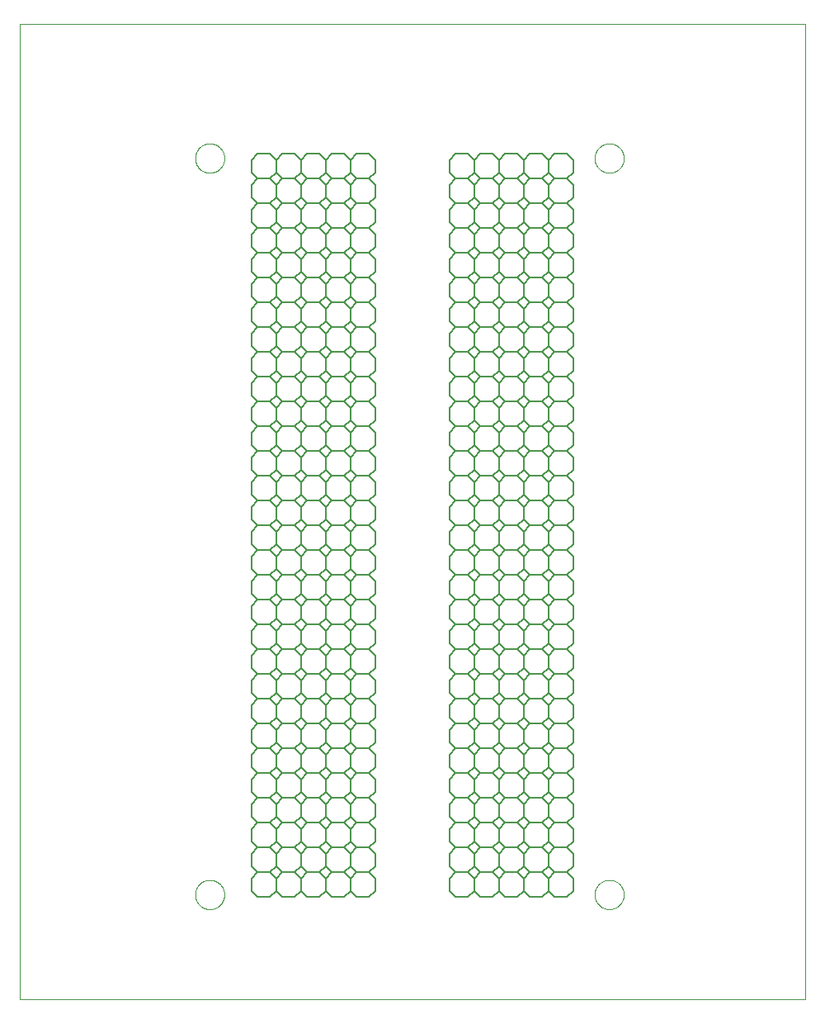
<source format=gto>
G75*
%MOIN*%
%OFA0B0*%
%FSLAX25Y25*%
%IPPOS*%
%LPD*%
%AMOC8*
5,1,8,0,0,1.08239X$1,22.5*
%
%ADD10C,0.00000*%
%ADD11C,0.00800*%
D10*
X0001000Y0001000D02*
X0001000Y0394701D01*
X0318421Y0394701D01*
X0318421Y0001000D01*
X0001000Y0001000D01*
X0071897Y0043402D02*
X0071899Y0043555D01*
X0071905Y0043709D01*
X0071915Y0043862D01*
X0071929Y0044014D01*
X0071947Y0044167D01*
X0071969Y0044318D01*
X0071994Y0044469D01*
X0072024Y0044620D01*
X0072058Y0044770D01*
X0072095Y0044918D01*
X0072136Y0045066D01*
X0072181Y0045212D01*
X0072230Y0045358D01*
X0072283Y0045502D01*
X0072339Y0045644D01*
X0072399Y0045785D01*
X0072463Y0045925D01*
X0072530Y0046063D01*
X0072601Y0046199D01*
X0072676Y0046333D01*
X0072753Y0046465D01*
X0072835Y0046595D01*
X0072919Y0046723D01*
X0073007Y0046849D01*
X0073098Y0046972D01*
X0073192Y0047093D01*
X0073290Y0047211D01*
X0073390Y0047327D01*
X0073494Y0047440D01*
X0073600Y0047551D01*
X0073709Y0047659D01*
X0073821Y0047764D01*
X0073935Y0047865D01*
X0074053Y0047964D01*
X0074172Y0048060D01*
X0074294Y0048153D01*
X0074419Y0048242D01*
X0074546Y0048329D01*
X0074675Y0048411D01*
X0074806Y0048491D01*
X0074939Y0048567D01*
X0075074Y0048640D01*
X0075211Y0048709D01*
X0075350Y0048774D01*
X0075490Y0048836D01*
X0075632Y0048894D01*
X0075775Y0048949D01*
X0075920Y0049000D01*
X0076066Y0049047D01*
X0076213Y0049090D01*
X0076361Y0049129D01*
X0076510Y0049165D01*
X0076660Y0049196D01*
X0076811Y0049224D01*
X0076962Y0049248D01*
X0077115Y0049268D01*
X0077267Y0049284D01*
X0077420Y0049296D01*
X0077573Y0049304D01*
X0077726Y0049308D01*
X0077880Y0049308D01*
X0078033Y0049304D01*
X0078186Y0049296D01*
X0078339Y0049284D01*
X0078491Y0049268D01*
X0078644Y0049248D01*
X0078795Y0049224D01*
X0078946Y0049196D01*
X0079096Y0049165D01*
X0079245Y0049129D01*
X0079393Y0049090D01*
X0079540Y0049047D01*
X0079686Y0049000D01*
X0079831Y0048949D01*
X0079974Y0048894D01*
X0080116Y0048836D01*
X0080256Y0048774D01*
X0080395Y0048709D01*
X0080532Y0048640D01*
X0080667Y0048567D01*
X0080800Y0048491D01*
X0080931Y0048411D01*
X0081060Y0048329D01*
X0081187Y0048242D01*
X0081312Y0048153D01*
X0081434Y0048060D01*
X0081553Y0047964D01*
X0081671Y0047865D01*
X0081785Y0047764D01*
X0081897Y0047659D01*
X0082006Y0047551D01*
X0082112Y0047440D01*
X0082216Y0047327D01*
X0082316Y0047211D01*
X0082414Y0047093D01*
X0082508Y0046972D01*
X0082599Y0046849D01*
X0082687Y0046723D01*
X0082771Y0046595D01*
X0082853Y0046465D01*
X0082930Y0046333D01*
X0083005Y0046199D01*
X0083076Y0046063D01*
X0083143Y0045925D01*
X0083207Y0045785D01*
X0083267Y0045644D01*
X0083323Y0045502D01*
X0083376Y0045358D01*
X0083425Y0045212D01*
X0083470Y0045066D01*
X0083511Y0044918D01*
X0083548Y0044770D01*
X0083582Y0044620D01*
X0083612Y0044469D01*
X0083637Y0044318D01*
X0083659Y0044167D01*
X0083677Y0044014D01*
X0083691Y0043862D01*
X0083701Y0043709D01*
X0083707Y0043555D01*
X0083709Y0043402D01*
X0083707Y0043249D01*
X0083701Y0043095D01*
X0083691Y0042942D01*
X0083677Y0042790D01*
X0083659Y0042637D01*
X0083637Y0042486D01*
X0083612Y0042335D01*
X0083582Y0042184D01*
X0083548Y0042034D01*
X0083511Y0041886D01*
X0083470Y0041738D01*
X0083425Y0041592D01*
X0083376Y0041446D01*
X0083323Y0041302D01*
X0083267Y0041160D01*
X0083207Y0041019D01*
X0083143Y0040879D01*
X0083076Y0040741D01*
X0083005Y0040605D01*
X0082930Y0040471D01*
X0082853Y0040339D01*
X0082771Y0040209D01*
X0082687Y0040081D01*
X0082599Y0039955D01*
X0082508Y0039832D01*
X0082414Y0039711D01*
X0082316Y0039593D01*
X0082216Y0039477D01*
X0082112Y0039364D01*
X0082006Y0039253D01*
X0081897Y0039145D01*
X0081785Y0039040D01*
X0081671Y0038939D01*
X0081553Y0038840D01*
X0081434Y0038744D01*
X0081312Y0038651D01*
X0081187Y0038562D01*
X0081060Y0038475D01*
X0080931Y0038393D01*
X0080800Y0038313D01*
X0080667Y0038237D01*
X0080532Y0038164D01*
X0080395Y0038095D01*
X0080256Y0038030D01*
X0080116Y0037968D01*
X0079974Y0037910D01*
X0079831Y0037855D01*
X0079686Y0037804D01*
X0079540Y0037757D01*
X0079393Y0037714D01*
X0079245Y0037675D01*
X0079096Y0037639D01*
X0078946Y0037608D01*
X0078795Y0037580D01*
X0078644Y0037556D01*
X0078491Y0037536D01*
X0078339Y0037520D01*
X0078186Y0037508D01*
X0078033Y0037500D01*
X0077880Y0037496D01*
X0077726Y0037496D01*
X0077573Y0037500D01*
X0077420Y0037508D01*
X0077267Y0037520D01*
X0077115Y0037536D01*
X0076962Y0037556D01*
X0076811Y0037580D01*
X0076660Y0037608D01*
X0076510Y0037639D01*
X0076361Y0037675D01*
X0076213Y0037714D01*
X0076066Y0037757D01*
X0075920Y0037804D01*
X0075775Y0037855D01*
X0075632Y0037910D01*
X0075490Y0037968D01*
X0075350Y0038030D01*
X0075211Y0038095D01*
X0075074Y0038164D01*
X0074939Y0038237D01*
X0074806Y0038313D01*
X0074675Y0038393D01*
X0074546Y0038475D01*
X0074419Y0038562D01*
X0074294Y0038651D01*
X0074172Y0038744D01*
X0074053Y0038840D01*
X0073935Y0038939D01*
X0073821Y0039040D01*
X0073709Y0039145D01*
X0073600Y0039253D01*
X0073494Y0039364D01*
X0073390Y0039477D01*
X0073290Y0039593D01*
X0073192Y0039711D01*
X0073098Y0039832D01*
X0073007Y0039955D01*
X0072919Y0040081D01*
X0072835Y0040209D01*
X0072753Y0040339D01*
X0072676Y0040471D01*
X0072601Y0040605D01*
X0072530Y0040741D01*
X0072463Y0040879D01*
X0072399Y0041019D01*
X0072339Y0041160D01*
X0072283Y0041302D01*
X0072230Y0041446D01*
X0072181Y0041592D01*
X0072136Y0041738D01*
X0072095Y0041886D01*
X0072058Y0042034D01*
X0072024Y0042184D01*
X0071994Y0042335D01*
X0071969Y0042486D01*
X0071947Y0042637D01*
X0071929Y0042790D01*
X0071915Y0042942D01*
X0071905Y0043095D01*
X0071899Y0043249D01*
X0071897Y0043402D01*
X0233314Y0043402D02*
X0233316Y0043555D01*
X0233322Y0043709D01*
X0233332Y0043862D01*
X0233346Y0044014D01*
X0233364Y0044167D01*
X0233386Y0044318D01*
X0233411Y0044469D01*
X0233441Y0044620D01*
X0233475Y0044770D01*
X0233512Y0044918D01*
X0233553Y0045066D01*
X0233598Y0045212D01*
X0233647Y0045358D01*
X0233700Y0045502D01*
X0233756Y0045644D01*
X0233816Y0045785D01*
X0233880Y0045925D01*
X0233947Y0046063D01*
X0234018Y0046199D01*
X0234093Y0046333D01*
X0234170Y0046465D01*
X0234252Y0046595D01*
X0234336Y0046723D01*
X0234424Y0046849D01*
X0234515Y0046972D01*
X0234609Y0047093D01*
X0234707Y0047211D01*
X0234807Y0047327D01*
X0234911Y0047440D01*
X0235017Y0047551D01*
X0235126Y0047659D01*
X0235238Y0047764D01*
X0235352Y0047865D01*
X0235470Y0047964D01*
X0235589Y0048060D01*
X0235711Y0048153D01*
X0235836Y0048242D01*
X0235963Y0048329D01*
X0236092Y0048411D01*
X0236223Y0048491D01*
X0236356Y0048567D01*
X0236491Y0048640D01*
X0236628Y0048709D01*
X0236767Y0048774D01*
X0236907Y0048836D01*
X0237049Y0048894D01*
X0237192Y0048949D01*
X0237337Y0049000D01*
X0237483Y0049047D01*
X0237630Y0049090D01*
X0237778Y0049129D01*
X0237927Y0049165D01*
X0238077Y0049196D01*
X0238228Y0049224D01*
X0238379Y0049248D01*
X0238532Y0049268D01*
X0238684Y0049284D01*
X0238837Y0049296D01*
X0238990Y0049304D01*
X0239143Y0049308D01*
X0239297Y0049308D01*
X0239450Y0049304D01*
X0239603Y0049296D01*
X0239756Y0049284D01*
X0239908Y0049268D01*
X0240061Y0049248D01*
X0240212Y0049224D01*
X0240363Y0049196D01*
X0240513Y0049165D01*
X0240662Y0049129D01*
X0240810Y0049090D01*
X0240957Y0049047D01*
X0241103Y0049000D01*
X0241248Y0048949D01*
X0241391Y0048894D01*
X0241533Y0048836D01*
X0241673Y0048774D01*
X0241812Y0048709D01*
X0241949Y0048640D01*
X0242084Y0048567D01*
X0242217Y0048491D01*
X0242348Y0048411D01*
X0242477Y0048329D01*
X0242604Y0048242D01*
X0242729Y0048153D01*
X0242851Y0048060D01*
X0242970Y0047964D01*
X0243088Y0047865D01*
X0243202Y0047764D01*
X0243314Y0047659D01*
X0243423Y0047551D01*
X0243529Y0047440D01*
X0243633Y0047327D01*
X0243733Y0047211D01*
X0243831Y0047093D01*
X0243925Y0046972D01*
X0244016Y0046849D01*
X0244104Y0046723D01*
X0244188Y0046595D01*
X0244270Y0046465D01*
X0244347Y0046333D01*
X0244422Y0046199D01*
X0244493Y0046063D01*
X0244560Y0045925D01*
X0244624Y0045785D01*
X0244684Y0045644D01*
X0244740Y0045502D01*
X0244793Y0045358D01*
X0244842Y0045212D01*
X0244887Y0045066D01*
X0244928Y0044918D01*
X0244965Y0044770D01*
X0244999Y0044620D01*
X0245029Y0044469D01*
X0245054Y0044318D01*
X0245076Y0044167D01*
X0245094Y0044014D01*
X0245108Y0043862D01*
X0245118Y0043709D01*
X0245124Y0043555D01*
X0245126Y0043402D01*
X0245124Y0043249D01*
X0245118Y0043095D01*
X0245108Y0042942D01*
X0245094Y0042790D01*
X0245076Y0042637D01*
X0245054Y0042486D01*
X0245029Y0042335D01*
X0244999Y0042184D01*
X0244965Y0042034D01*
X0244928Y0041886D01*
X0244887Y0041738D01*
X0244842Y0041592D01*
X0244793Y0041446D01*
X0244740Y0041302D01*
X0244684Y0041160D01*
X0244624Y0041019D01*
X0244560Y0040879D01*
X0244493Y0040741D01*
X0244422Y0040605D01*
X0244347Y0040471D01*
X0244270Y0040339D01*
X0244188Y0040209D01*
X0244104Y0040081D01*
X0244016Y0039955D01*
X0243925Y0039832D01*
X0243831Y0039711D01*
X0243733Y0039593D01*
X0243633Y0039477D01*
X0243529Y0039364D01*
X0243423Y0039253D01*
X0243314Y0039145D01*
X0243202Y0039040D01*
X0243088Y0038939D01*
X0242970Y0038840D01*
X0242851Y0038744D01*
X0242729Y0038651D01*
X0242604Y0038562D01*
X0242477Y0038475D01*
X0242348Y0038393D01*
X0242217Y0038313D01*
X0242084Y0038237D01*
X0241949Y0038164D01*
X0241812Y0038095D01*
X0241673Y0038030D01*
X0241533Y0037968D01*
X0241391Y0037910D01*
X0241248Y0037855D01*
X0241103Y0037804D01*
X0240957Y0037757D01*
X0240810Y0037714D01*
X0240662Y0037675D01*
X0240513Y0037639D01*
X0240363Y0037608D01*
X0240212Y0037580D01*
X0240061Y0037556D01*
X0239908Y0037536D01*
X0239756Y0037520D01*
X0239603Y0037508D01*
X0239450Y0037500D01*
X0239297Y0037496D01*
X0239143Y0037496D01*
X0238990Y0037500D01*
X0238837Y0037508D01*
X0238684Y0037520D01*
X0238532Y0037536D01*
X0238379Y0037556D01*
X0238228Y0037580D01*
X0238077Y0037608D01*
X0237927Y0037639D01*
X0237778Y0037675D01*
X0237630Y0037714D01*
X0237483Y0037757D01*
X0237337Y0037804D01*
X0237192Y0037855D01*
X0237049Y0037910D01*
X0236907Y0037968D01*
X0236767Y0038030D01*
X0236628Y0038095D01*
X0236491Y0038164D01*
X0236356Y0038237D01*
X0236223Y0038313D01*
X0236092Y0038393D01*
X0235963Y0038475D01*
X0235836Y0038562D01*
X0235711Y0038651D01*
X0235589Y0038744D01*
X0235470Y0038840D01*
X0235352Y0038939D01*
X0235238Y0039040D01*
X0235126Y0039145D01*
X0235017Y0039253D01*
X0234911Y0039364D01*
X0234807Y0039477D01*
X0234707Y0039593D01*
X0234609Y0039711D01*
X0234515Y0039832D01*
X0234424Y0039955D01*
X0234336Y0040081D01*
X0234252Y0040209D01*
X0234170Y0040339D01*
X0234093Y0040471D01*
X0234018Y0040605D01*
X0233947Y0040741D01*
X0233880Y0040879D01*
X0233816Y0041019D01*
X0233756Y0041160D01*
X0233700Y0041302D01*
X0233647Y0041446D01*
X0233598Y0041592D01*
X0233553Y0041738D01*
X0233512Y0041886D01*
X0233475Y0042034D01*
X0233441Y0042184D01*
X0233411Y0042335D01*
X0233386Y0042486D01*
X0233364Y0042637D01*
X0233346Y0042790D01*
X0233332Y0042942D01*
X0233322Y0043095D01*
X0233316Y0043249D01*
X0233314Y0043402D01*
X0233314Y0340646D02*
X0233316Y0340799D01*
X0233322Y0340953D01*
X0233332Y0341106D01*
X0233346Y0341258D01*
X0233364Y0341411D01*
X0233386Y0341562D01*
X0233411Y0341713D01*
X0233441Y0341864D01*
X0233475Y0342014D01*
X0233512Y0342162D01*
X0233553Y0342310D01*
X0233598Y0342456D01*
X0233647Y0342602D01*
X0233700Y0342746D01*
X0233756Y0342888D01*
X0233816Y0343029D01*
X0233880Y0343169D01*
X0233947Y0343307D01*
X0234018Y0343443D01*
X0234093Y0343577D01*
X0234170Y0343709D01*
X0234252Y0343839D01*
X0234336Y0343967D01*
X0234424Y0344093D01*
X0234515Y0344216D01*
X0234609Y0344337D01*
X0234707Y0344455D01*
X0234807Y0344571D01*
X0234911Y0344684D01*
X0235017Y0344795D01*
X0235126Y0344903D01*
X0235238Y0345008D01*
X0235352Y0345109D01*
X0235470Y0345208D01*
X0235589Y0345304D01*
X0235711Y0345397D01*
X0235836Y0345486D01*
X0235963Y0345573D01*
X0236092Y0345655D01*
X0236223Y0345735D01*
X0236356Y0345811D01*
X0236491Y0345884D01*
X0236628Y0345953D01*
X0236767Y0346018D01*
X0236907Y0346080D01*
X0237049Y0346138D01*
X0237192Y0346193D01*
X0237337Y0346244D01*
X0237483Y0346291D01*
X0237630Y0346334D01*
X0237778Y0346373D01*
X0237927Y0346409D01*
X0238077Y0346440D01*
X0238228Y0346468D01*
X0238379Y0346492D01*
X0238532Y0346512D01*
X0238684Y0346528D01*
X0238837Y0346540D01*
X0238990Y0346548D01*
X0239143Y0346552D01*
X0239297Y0346552D01*
X0239450Y0346548D01*
X0239603Y0346540D01*
X0239756Y0346528D01*
X0239908Y0346512D01*
X0240061Y0346492D01*
X0240212Y0346468D01*
X0240363Y0346440D01*
X0240513Y0346409D01*
X0240662Y0346373D01*
X0240810Y0346334D01*
X0240957Y0346291D01*
X0241103Y0346244D01*
X0241248Y0346193D01*
X0241391Y0346138D01*
X0241533Y0346080D01*
X0241673Y0346018D01*
X0241812Y0345953D01*
X0241949Y0345884D01*
X0242084Y0345811D01*
X0242217Y0345735D01*
X0242348Y0345655D01*
X0242477Y0345573D01*
X0242604Y0345486D01*
X0242729Y0345397D01*
X0242851Y0345304D01*
X0242970Y0345208D01*
X0243088Y0345109D01*
X0243202Y0345008D01*
X0243314Y0344903D01*
X0243423Y0344795D01*
X0243529Y0344684D01*
X0243633Y0344571D01*
X0243733Y0344455D01*
X0243831Y0344337D01*
X0243925Y0344216D01*
X0244016Y0344093D01*
X0244104Y0343967D01*
X0244188Y0343839D01*
X0244270Y0343709D01*
X0244347Y0343577D01*
X0244422Y0343443D01*
X0244493Y0343307D01*
X0244560Y0343169D01*
X0244624Y0343029D01*
X0244684Y0342888D01*
X0244740Y0342746D01*
X0244793Y0342602D01*
X0244842Y0342456D01*
X0244887Y0342310D01*
X0244928Y0342162D01*
X0244965Y0342014D01*
X0244999Y0341864D01*
X0245029Y0341713D01*
X0245054Y0341562D01*
X0245076Y0341411D01*
X0245094Y0341258D01*
X0245108Y0341106D01*
X0245118Y0340953D01*
X0245124Y0340799D01*
X0245126Y0340646D01*
X0245124Y0340493D01*
X0245118Y0340339D01*
X0245108Y0340186D01*
X0245094Y0340034D01*
X0245076Y0339881D01*
X0245054Y0339730D01*
X0245029Y0339579D01*
X0244999Y0339428D01*
X0244965Y0339278D01*
X0244928Y0339130D01*
X0244887Y0338982D01*
X0244842Y0338836D01*
X0244793Y0338690D01*
X0244740Y0338546D01*
X0244684Y0338404D01*
X0244624Y0338263D01*
X0244560Y0338123D01*
X0244493Y0337985D01*
X0244422Y0337849D01*
X0244347Y0337715D01*
X0244270Y0337583D01*
X0244188Y0337453D01*
X0244104Y0337325D01*
X0244016Y0337199D01*
X0243925Y0337076D01*
X0243831Y0336955D01*
X0243733Y0336837D01*
X0243633Y0336721D01*
X0243529Y0336608D01*
X0243423Y0336497D01*
X0243314Y0336389D01*
X0243202Y0336284D01*
X0243088Y0336183D01*
X0242970Y0336084D01*
X0242851Y0335988D01*
X0242729Y0335895D01*
X0242604Y0335806D01*
X0242477Y0335719D01*
X0242348Y0335637D01*
X0242217Y0335557D01*
X0242084Y0335481D01*
X0241949Y0335408D01*
X0241812Y0335339D01*
X0241673Y0335274D01*
X0241533Y0335212D01*
X0241391Y0335154D01*
X0241248Y0335099D01*
X0241103Y0335048D01*
X0240957Y0335001D01*
X0240810Y0334958D01*
X0240662Y0334919D01*
X0240513Y0334883D01*
X0240363Y0334852D01*
X0240212Y0334824D01*
X0240061Y0334800D01*
X0239908Y0334780D01*
X0239756Y0334764D01*
X0239603Y0334752D01*
X0239450Y0334744D01*
X0239297Y0334740D01*
X0239143Y0334740D01*
X0238990Y0334744D01*
X0238837Y0334752D01*
X0238684Y0334764D01*
X0238532Y0334780D01*
X0238379Y0334800D01*
X0238228Y0334824D01*
X0238077Y0334852D01*
X0237927Y0334883D01*
X0237778Y0334919D01*
X0237630Y0334958D01*
X0237483Y0335001D01*
X0237337Y0335048D01*
X0237192Y0335099D01*
X0237049Y0335154D01*
X0236907Y0335212D01*
X0236767Y0335274D01*
X0236628Y0335339D01*
X0236491Y0335408D01*
X0236356Y0335481D01*
X0236223Y0335557D01*
X0236092Y0335637D01*
X0235963Y0335719D01*
X0235836Y0335806D01*
X0235711Y0335895D01*
X0235589Y0335988D01*
X0235470Y0336084D01*
X0235352Y0336183D01*
X0235238Y0336284D01*
X0235126Y0336389D01*
X0235017Y0336497D01*
X0234911Y0336608D01*
X0234807Y0336721D01*
X0234707Y0336837D01*
X0234609Y0336955D01*
X0234515Y0337076D01*
X0234424Y0337199D01*
X0234336Y0337325D01*
X0234252Y0337453D01*
X0234170Y0337583D01*
X0234093Y0337715D01*
X0234018Y0337849D01*
X0233947Y0337985D01*
X0233880Y0338123D01*
X0233816Y0338263D01*
X0233756Y0338404D01*
X0233700Y0338546D01*
X0233647Y0338690D01*
X0233598Y0338836D01*
X0233553Y0338982D01*
X0233512Y0339130D01*
X0233475Y0339278D01*
X0233441Y0339428D01*
X0233411Y0339579D01*
X0233386Y0339730D01*
X0233364Y0339881D01*
X0233346Y0340034D01*
X0233332Y0340186D01*
X0233322Y0340339D01*
X0233316Y0340493D01*
X0233314Y0340646D01*
X0071897Y0340646D02*
X0071899Y0340799D01*
X0071905Y0340953D01*
X0071915Y0341106D01*
X0071929Y0341258D01*
X0071947Y0341411D01*
X0071969Y0341562D01*
X0071994Y0341713D01*
X0072024Y0341864D01*
X0072058Y0342014D01*
X0072095Y0342162D01*
X0072136Y0342310D01*
X0072181Y0342456D01*
X0072230Y0342602D01*
X0072283Y0342746D01*
X0072339Y0342888D01*
X0072399Y0343029D01*
X0072463Y0343169D01*
X0072530Y0343307D01*
X0072601Y0343443D01*
X0072676Y0343577D01*
X0072753Y0343709D01*
X0072835Y0343839D01*
X0072919Y0343967D01*
X0073007Y0344093D01*
X0073098Y0344216D01*
X0073192Y0344337D01*
X0073290Y0344455D01*
X0073390Y0344571D01*
X0073494Y0344684D01*
X0073600Y0344795D01*
X0073709Y0344903D01*
X0073821Y0345008D01*
X0073935Y0345109D01*
X0074053Y0345208D01*
X0074172Y0345304D01*
X0074294Y0345397D01*
X0074419Y0345486D01*
X0074546Y0345573D01*
X0074675Y0345655D01*
X0074806Y0345735D01*
X0074939Y0345811D01*
X0075074Y0345884D01*
X0075211Y0345953D01*
X0075350Y0346018D01*
X0075490Y0346080D01*
X0075632Y0346138D01*
X0075775Y0346193D01*
X0075920Y0346244D01*
X0076066Y0346291D01*
X0076213Y0346334D01*
X0076361Y0346373D01*
X0076510Y0346409D01*
X0076660Y0346440D01*
X0076811Y0346468D01*
X0076962Y0346492D01*
X0077115Y0346512D01*
X0077267Y0346528D01*
X0077420Y0346540D01*
X0077573Y0346548D01*
X0077726Y0346552D01*
X0077880Y0346552D01*
X0078033Y0346548D01*
X0078186Y0346540D01*
X0078339Y0346528D01*
X0078491Y0346512D01*
X0078644Y0346492D01*
X0078795Y0346468D01*
X0078946Y0346440D01*
X0079096Y0346409D01*
X0079245Y0346373D01*
X0079393Y0346334D01*
X0079540Y0346291D01*
X0079686Y0346244D01*
X0079831Y0346193D01*
X0079974Y0346138D01*
X0080116Y0346080D01*
X0080256Y0346018D01*
X0080395Y0345953D01*
X0080532Y0345884D01*
X0080667Y0345811D01*
X0080800Y0345735D01*
X0080931Y0345655D01*
X0081060Y0345573D01*
X0081187Y0345486D01*
X0081312Y0345397D01*
X0081434Y0345304D01*
X0081553Y0345208D01*
X0081671Y0345109D01*
X0081785Y0345008D01*
X0081897Y0344903D01*
X0082006Y0344795D01*
X0082112Y0344684D01*
X0082216Y0344571D01*
X0082316Y0344455D01*
X0082414Y0344337D01*
X0082508Y0344216D01*
X0082599Y0344093D01*
X0082687Y0343967D01*
X0082771Y0343839D01*
X0082853Y0343709D01*
X0082930Y0343577D01*
X0083005Y0343443D01*
X0083076Y0343307D01*
X0083143Y0343169D01*
X0083207Y0343029D01*
X0083267Y0342888D01*
X0083323Y0342746D01*
X0083376Y0342602D01*
X0083425Y0342456D01*
X0083470Y0342310D01*
X0083511Y0342162D01*
X0083548Y0342014D01*
X0083582Y0341864D01*
X0083612Y0341713D01*
X0083637Y0341562D01*
X0083659Y0341411D01*
X0083677Y0341258D01*
X0083691Y0341106D01*
X0083701Y0340953D01*
X0083707Y0340799D01*
X0083709Y0340646D01*
X0083707Y0340493D01*
X0083701Y0340339D01*
X0083691Y0340186D01*
X0083677Y0340034D01*
X0083659Y0339881D01*
X0083637Y0339730D01*
X0083612Y0339579D01*
X0083582Y0339428D01*
X0083548Y0339278D01*
X0083511Y0339130D01*
X0083470Y0338982D01*
X0083425Y0338836D01*
X0083376Y0338690D01*
X0083323Y0338546D01*
X0083267Y0338404D01*
X0083207Y0338263D01*
X0083143Y0338123D01*
X0083076Y0337985D01*
X0083005Y0337849D01*
X0082930Y0337715D01*
X0082853Y0337583D01*
X0082771Y0337453D01*
X0082687Y0337325D01*
X0082599Y0337199D01*
X0082508Y0337076D01*
X0082414Y0336955D01*
X0082316Y0336837D01*
X0082216Y0336721D01*
X0082112Y0336608D01*
X0082006Y0336497D01*
X0081897Y0336389D01*
X0081785Y0336284D01*
X0081671Y0336183D01*
X0081553Y0336084D01*
X0081434Y0335988D01*
X0081312Y0335895D01*
X0081187Y0335806D01*
X0081060Y0335719D01*
X0080931Y0335637D01*
X0080800Y0335557D01*
X0080667Y0335481D01*
X0080532Y0335408D01*
X0080395Y0335339D01*
X0080256Y0335274D01*
X0080116Y0335212D01*
X0079974Y0335154D01*
X0079831Y0335099D01*
X0079686Y0335048D01*
X0079540Y0335001D01*
X0079393Y0334958D01*
X0079245Y0334919D01*
X0079096Y0334883D01*
X0078946Y0334852D01*
X0078795Y0334824D01*
X0078644Y0334800D01*
X0078491Y0334780D01*
X0078339Y0334764D01*
X0078186Y0334752D01*
X0078033Y0334744D01*
X0077880Y0334740D01*
X0077726Y0334740D01*
X0077573Y0334744D01*
X0077420Y0334752D01*
X0077267Y0334764D01*
X0077115Y0334780D01*
X0076962Y0334800D01*
X0076811Y0334824D01*
X0076660Y0334852D01*
X0076510Y0334883D01*
X0076361Y0334919D01*
X0076213Y0334958D01*
X0076066Y0335001D01*
X0075920Y0335048D01*
X0075775Y0335099D01*
X0075632Y0335154D01*
X0075490Y0335212D01*
X0075350Y0335274D01*
X0075211Y0335339D01*
X0075074Y0335408D01*
X0074939Y0335481D01*
X0074806Y0335557D01*
X0074675Y0335637D01*
X0074546Y0335719D01*
X0074419Y0335806D01*
X0074294Y0335895D01*
X0074172Y0335988D01*
X0074053Y0336084D01*
X0073935Y0336183D01*
X0073821Y0336284D01*
X0073709Y0336389D01*
X0073600Y0336497D01*
X0073494Y0336608D01*
X0073390Y0336721D01*
X0073290Y0336837D01*
X0073192Y0336955D01*
X0073098Y0337076D01*
X0073007Y0337199D01*
X0072919Y0337325D01*
X0072835Y0337453D01*
X0072753Y0337583D01*
X0072676Y0337715D01*
X0072601Y0337849D01*
X0072530Y0337985D01*
X0072463Y0338123D01*
X0072399Y0338263D01*
X0072339Y0338404D01*
X0072283Y0338546D01*
X0072230Y0338690D01*
X0072181Y0338836D01*
X0072136Y0338982D01*
X0072095Y0339130D01*
X0072058Y0339278D01*
X0072024Y0339428D01*
X0071994Y0339579D01*
X0071969Y0339730D01*
X0071947Y0339881D01*
X0071929Y0340034D01*
X0071915Y0340186D01*
X0071905Y0340339D01*
X0071899Y0340493D01*
X0071897Y0340646D01*
D11*
X0094677Y0339957D02*
X0094677Y0334957D01*
X0097177Y0332457D01*
X0094677Y0329957D01*
X0094677Y0324957D01*
X0097177Y0322457D01*
X0094677Y0319957D01*
X0094677Y0314957D01*
X0097177Y0312457D01*
X0094677Y0309957D01*
X0094677Y0304957D01*
X0097177Y0302457D01*
X0094677Y0299957D01*
X0094677Y0294957D01*
X0097177Y0292457D01*
X0094677Y0289957D01*
X0094677Y0284957D01*
X0097177Y0282457D01*
X0094677Y0279957D01*
X0094677Y0274957D01*
X0097177Y0272457D01*
X0094677Y0269957D01*
X0094677Y0264957D01*
X0097177Y0262457D01*
X0094677Y0259957D01*
X0094677Y0254957D01*
X0097177Y0252457D01*
X0094677Y0249957D01*
X0094677Y0244957D01*
X0097177Y0242457D01*
X0094677Y0239957D01*
X0094677Y0234957D01*
X0097177Y0232457D01*
X0094677Y0229957D01*
X0094677Y0224957D01*
X0097177Y0222457D01*
X0094677Y0219957D01*
X0094677Y0214957D01*
X0097177Y0212457D01*
X0094677Y0209957D01*
X0094677Y0204957D01*
X0097177Y0202457D01*
X0094677Y0199957D01*
X0094677Y0194957D01*
X0097177Y0192457D01*
X0094677Y0189957D01*
X0094677Y0184957D01*
X0097177Y0182457D01*
X0094677Y0179957D01*
X0094677Y0174957D01*
X0097177Y0172457D01*
X0094677Y0169957D01*
X0094677Y0164957D01*
X0097177Y0162457D01*
X0094677Y0159957D01*
X0094677Y0154957D01*
X0097177Y0152457D01*
X0094677Y0149957D01*
X0094677Y0144957D01*
X0097177Y0142457D01*
X0094677Y0139957D01*
X0094677Y0134957D01*
X0097177Y0132457D01*
X0094677Y0129957D01*
X0094677Y0124957D01*
X0097177Y0122457D01*
X0094677Y0119957D01*
X0094677Y0114957D01*
X0097177Y0112457D01*
X0094677Y0109957D01*
X0094677Y0104957D01*
X0097177Y0102457D01*
X0094677Y0099957D01*
X0094677Y0094957D01*
X0097177Y0092457D01*
X0094677Y0089957D01*
X0094677Y0084957D01*
X0097177Y0082457D01*
X0094677Y0079957D01*
X0094677Y0074957D01*
X0097177Y0072457D01*
X0094677Y0069957D01*
X0094677Y0064957D01*
X0097177Y0062457D01*
X0094677Y0059957D01*
X0094677Y0054957D01*
X0097177Y0052457D01*
X0094677Y0049957D01*
X0094677Y0044957D01*
X0097177Y0042457D01*
X0102177Y0042457D01*
X0104677Y0044957D01*
X0107177Y0042457D01*
X0112177Y0042457D01*
X0114677Y0044957D01*
X0117177Y0042457D01*
X0122177Y0042457D01*
X0124677Y0044957D01*
X0127177Y0042457D01*
X0132177Y0042457D01*
X0134677Y0044957D01*
X0137177Y0042457D01*
X0142177Y0042457D01*
X0144677Y0044957D01*
X0144677Y0049957D01*
X0142177Y0052457D01*
X0137177Y0052457D01*
X0134677Y0049957D01*
X0134677Y0044957D01*
X0134677Y0049957D01*
X0132177Y0052457D01*
X0127177Y0052457D01*
X0124677Y0049957D01*
X0124677Y0044957D01*
X0124677Y0049957D01*
X0122177Y0052457D01*
X0117177Y0052457D01*
X0114677Y0049957D01*
X0114677Y0044957D01*
X0114677Y0049957D01*
X0112177Y0052457D01*
X0107177Y0052457D01*
X0104677Y0049957D01*
X0104677Y0044957D01*
X0104677Y0049957D01*
X0102177Y0052457D01*
X0097177Y0052457D01*
X0102177Y0052457D01*
X0104677Y0054957D01*
X0107177Y0052457D01*
X0112177Y0052457D01*
X0114677Y0054957D01*
X0117177Y0052457D01*
X0122177Y0052457D01*
X0124677Y0054957D01*
X0127177Y0052457D01*
X0132177Y0052457D01*
X0134677Y0054957D01*
X0137177Y0052457D01*
X0142177Y0052457D01*
X0144677Y0054957D01*
X0144677Y0059957D01*
X0142177Y0062457D01*
X0137177Y0062457D01*
X0134677Y0059957D01*
X0134677Y0054957D01*
X0134677Y0059957D01*
X0132177Y0062457D01*
X0127177Y0062457D01*
X0124677Y0059957D01*
X0124677Y0054957D01*
X0124677Y0059957D01*
X0122177Y0062457D01*
X0117177Y0062457D01*
X0114677Y0059957D01*
X0114677Y0054957D01*
X0114677Y0059957D01*
X0112177Y0062457D01*
X0107177Y0062457D01*
X0104677Y0059957D01*
X0104677Y0054957D01*
X0104677Y0059957D01*
X0102177Y0062457D01*
X0097177Y0062457D01*
X0102177Y0062457D01*
X0104677Y0064957D01*
X0107177Y0062457D01*
X0112177Y0062457D01*
X0114677Y0064957D01*
X0117177Y0062457D01*
X0122177Y0062457D01*
X0124677Y0064957D01*
X0127177Y0062457D01*
X0132177Y0062457D01*
X0134677Y0064957D01*
X0137177Y0062457D01*
X0142177Y0062457D01*
X0144677Y0064957D01*
X0144677Y0069957D01*
X0142177Y0072457D01*
X0137177Y0072457D01*
X0134677Y0069957D01*
X0134677Y0064957D01*
X0134677Y0069957D01*
X0132177Y0072457D01*
X0127177Y0072457D01*
X0124677Y0069957D01*
X0124677Y0064957D01*
X0124677Y0069957D01*
X0122177Y0072457D01*
X0117177Y0072457D01*
X0114677Y0069957D01*
X0114677Y0064957D01*
X0114677Y0069957D01*
X0112177Y0072457D01*
X0107177Y0072457D01*
X0104677Y0069957D01*
X0104677Y0064957D01*
X0104677Y0069957D01*
X0102177Y0072457D01*
X0097177Y0072457D01*
X0102177Y0072457D01*
X0104677Y0074957D01*
X0107177Y0072457D01*
X0112177Y0072457D01*
X0114677Y0074957D01*
X0117177Y0072457D01*
X0122177Y0072457D01*
X0124677Y0074957D01*
X0127177Y0072457D01*
X0132177Y0072457D01*
X0134677Y0074957D01*
X0137177Y0072457D01*
X0142177Y0072457D01*
X0144677Y0074957D01*
X0144677Y0079957D01*
X0142177Y0082457D01*
X0137177Y0082457D01*
X0134677Y0079957D01*
X0134677Y0074957D01*
X0134677Y0079957D01*
X0132177Y0082457D01*
X0127177Y0082457D01*
X0124677Y0079957D01*
X0124677Y0074957D01*
X0124677Y0079957D01*
X0122177Y0082457D01*
X0117177Y0082457D01*
X0114677Y0079957D01*
X0114677Y0074957D01*
X0114677Y0079957D01*
X0112177Y0082457D01*
X0107177Y0082457D01*
X0104677Y0079957D01*
X0104677Y0074957D01*
X0104677Y0079957D01*
X0102177Y0082457D01*
X0097177Y0082457D01*
X0102177Y0082457D01*
X0104677Y0084957D01*
X0107177Y0082457D01*
X0112177Y0082457D01*
X0114677Y0084957D01*
X0117177Y0082457D01*
X0122177Y0082457D01*
X0124677Y0084957D01*
X0127177Y0082457D01*
X0132177Y0082457D01*
X0134677Y0084957D01*
X0137177Y0082457D01*
X0142177Y0082457D01*
X0144677Y0084957D01*
X0144677Y0089957D01*
X0142177Y0092457D01*
X0137177Y0092457D01*
X0134677Y0089957D01*
X0134677Y0084957D01*
X0134677Y0089957D01*
X0132177Y0092457D01*
X0127177Y0092457D01*
X0124677Y0089957D01*
X0124677Y0084957D01*
X0124677Y0089957D01*
X0122177Y0092457D01*
X0117177Y0092457D01*
X0114677Y0089957D01*
X0114677Y0084957D01*
X0114677Y0089957D01*
X0112177Y0092457D01*
X0107177Y0092457D01*
X0104677Y0089957D01*
X0104677Y0084957D01*
X0104677Y0089957D01*
X0102177Y0092457D01*
X0097177Y0092457D01*
X0102177Y0092457D01*
X0104677Y0094957D01*
X0107177Y0092457D01*
X0112177Y0092457D01*
X0114677Y0094957D01*
X0117177Y0092457D01*
X0122177Y0092457D01*
X0124677Y0094957D01*
X0127177Y0092457D01*
X0132177Y0092457D01*
X0134677Y0094957D01*
X0137177Y0092457D01*
X0142177Y0092457D01*
X0144677Y0094957D01*
X0144677Y0099957D01*
X0142177Y0102457D01*
X0137177Y0102457D01*
X0134677Y0099957D01*
X0134677Y0094957D01*
X0134677Y0099957D01*
X0132177Y0102457D01*
X0127177Y0102457D01*
X0124677Y0099957D01*
X0124677Y0094957D01*
X0124677Y0099957D01*
X0122177Y0102457D01*
X0117177Y0102457D01*
X0114677Y0099957D01*
X0114677Y0094957D01*
X0114677Y0099957D01*
X0112177Y0102457D01*
X0107177Y0102457D01*
X0104677Y0099957D01*
X0104677Y0094957D01*
X0104677Y0099957D01*
X0102177Y0102457D01*
X0097177Y0102457D01*
X0102177Y0102457D01*
X0104677Y0104957D01*
X0107177Y0102457D01*
X0112177Y0102457D01*
X0114677Y0104957D01*
X0117177Y0102457D01*
X0122177Y0102457D01*
X0124677Y0104957D01*
X0127177Y0102457D01*
X0132177Y0102457D01*
X0134677Y0104957D01*
X0137177Y0102457D01*
X0142177Y0102457D01*
X0144677Y0104957D01*
X0144677Y0109957D01*
X0142177Y0112457D01*
X0137177Y0112457D01*
X0134677Y0109957D01*
X0134677Y0104957D01*
X0134677Y0109957D01*
X0132177Y0112457D01*
X0127177Y0112457D01*
X0124677Y0109957D01*
X0124677Y0104957D01*
X0124677Y0109957D01*
X0122177Y0112457D01*
X0117177Y0112457D01*
X0114677Y0109957D01*
X0114677Y0104957D01*
X0114677Y0109957D01*
X0112177Y0112457D01*
X0107177Y0112457D01*
X0104677Y0109957D01*
X0104677Y0104957D01*
X0104677Y0109957D01*
X0102177Y0112457D01*
X0097177Y0112457D01*
X0102177Y0112457D01*
X0104677Y0114957D01*
X0107177Y0112457D01*
X0112177Y0112457D01*
X0114677Y0114957D01*
X0117177Y0112457D01*
X0122177Y0112457D01*
X0124677Y0114957D01*
X0127177Y0112457D01*
X0132177Y0112457D01*
X0134677Y0114957D01*
X0137177Y0112457D01*
X0142177Y0112457D01*
X0144677Y0114957D01*
X0144677Y0119957D01*
X0142177Y0122457D01*
X0137177Y0122457D01*
X0134677Y0119957D01*
X0134677Y0114957D01*
X0134677Y0119957D01*
X0132177Y0122457D01*
X0127177Y0122457D01*
X0124677Y0119957D01*
X0124677Y0114957D01*
X0124677Y0119957D01*
X0122177Y0122457D01*
X0117177Y0122457D01*
X0114677Y0119957D01*
X0114677Y0114957D01*
X0114677Y0119957D01*
X0112177Y0122457D01*
X0107177Y0122457D01*
X0104677Y0119957D01*
X0104677Y0114957D01*
X0104677Y0119957D01*
X0102177Y0122457D01*
X0097177Y0122457D01*
X0102177Y0122457D01*
X0104677Y0124957D01*
X0107177Y0122457D01*
X0112177Y0122457D01*
X0114677Y0124957D01*
X0117177Y0122457D01*
X0122177Y0122457D01*
X0124677Y0124957D01*
X0127177Y0122457D01*
X0132177Y0122457D01*
X0134677Y0124957D01*
X0137177Y0122457D01*
X0142177Y0122457D01*
X0144677Y0124957D01*
X0144677Y0129957D01*
X0142177Y0132457D01*
X0137177Y0132457D01*
X0134677Y0129957D01*
X0134677Y0124957D01*
X0134677Y0129957D01*
X0132177Y0132457D01*
X0127177Y0132457D01*
X0124677Y0129957D01*
X0124677Y0124957D01*
X0124677Y0129957D01*
X0122177Y0132457D01*
X0117177Y0132457D01*
X0114677Y0129957D01*
X0114677Y0124957D01*
X0114677Y0129957D01*
X0112177Y0132457D01*
X0107177Y0132457D01*
X0104677Y0129957D01*
X0104677Y0124957D01*
X0104677Y0129957D01*
X0102177Y0132457D01*
X0097177Y0132457D01*
X0102177Y0132457D01*
X0104677Y0134957D01*
X0107177Y0132457D01*
X0112177Y0132457D01*
X0114677Y0134957D01*
X0117177Y0132457D01*
X0122177Y0132457D01*
X0124677Y0134957D01*
X0127177Y0132457D01*
X0132177Y0132457D01*
X0134677Y0134957D01*
X0137177Y0132457D01*
X0142177Y0132457D01*
X0144677Y0134957D01*
X0144677Y0139957D01*
X0142177Y0142457D01*
X0137177Y0142457D01*
X0134677Y0139957D01*
X0134677Y0134957D01*
X0134677Y0139957D01*
X0132177Y0142457D01*
X0127177Y0142457D01*
X0124677Y0139957D01*
X0124677Y0134957D01*
X0124677Y0139957D01*
X0122177Y0142457D01*
X0117177Y0142457D01*
X0114677Y0139957D01*
X0114677Y0134957D01*
X0114677Y0139957D01*
X0112177Y0142457D01*
X0107177Y0142457D01*
X0104677Y0139957D01*
X0104677Y0134957D01*
X0104677Y0139957D01*
X0102177Y0142457D01*
X0097177Y0142457D01*
X0102177Y0142457D01*
X0104677Y0144957D01*
X0107177Y0142457D01*
X0112177Y0142457D01*
X0114677Y0144957D01*
X0117177Y0142457D01*
X0122177Y0142457D01*
X0124677Y0144957D01*
X0127177Y0142457D01*
X0132177Y0142457D01*
X0134677Y0144957D01*
X0137177Y0142457D01*
X0142177Y0142457D01*
X0144677Y0144957D01*
X0144677Y0149957D01*
X0142177Y0152457D01*
X0137177Y0152457D01*
X0134677Y0149957D01*
X0134677Y0144957D01*
X0134677Y0149957D01*
X0132177Y0152457D01*
X0127177Y0152457D01*
X0124677Y0149957D01*
X0124677Y0144957D01*
X0124677Y0149957D01*
X0122177Y0152457D01*
X0117177Y0152457D01*
X0114677Y0149957D01*
X0114677Y0144957D01*
X0114677Y0149957D01*
X0112177Y0152457D01*
X0107177Y0152457D01*
X0104677Y0149957D01*
X0104677Y0144957D01*
X0104677Y0149957D01*
X0102177Y0152457D01*
X0097177Y0152457D01*
X0102177Y0152457D01*
X0104677Y0154957D01*
X0107177Y0152457D01*
X0112177Y0152457D01*
X0114677Y0154957D01*
X0117177Y0152457D01*
X0122177Y0152457D01*
X0124677Y0154957D01*
X0127177Y0152457D01*
X0132177Y0152457D01*
X0134677Y0154957D01*
X0137177Y0152457D01*
X0142177Y0152457D01*
X0144677Y0154957D01*
X0144677Y0159957D01*
X0142177Y0162457D01*
X0137177Y0162457D01*
X0134677Y0159957D01*
X0134677Y0154957D01*
X0134677Y0159957D01*
X0132177Y0162457D01*
X0127177Y0162457D01*
X0124677Y0159957D01*
X0124677Y0154957D01*
X0124677Y0159957D01*
X0122177Y0162457D01*
X0117177Y0162457D01*
X0114677Y0159957D01*
X0114677Y0154957D01*
X0114677Y0159957D01*
X0112177Y0162457D01*
X0107177Y0162457D01*
X0104677Y0159957D01*
X0104677Y0154957D01*
X0104677Y0159957D01*
X0102177Y0162457D01*
X0097177Y0162457D01*
X0102177Y0162457D01*
X0104677Y0164957D01*
X0107177Y0162457D01*
X0112177Y0162457D01*
X0114677Y0164957D01*
X0117177Y0162457D01*
X0122177Y0162457D01*
X0124677Y0164957D01*
X0127177Y0162457D01*
X0132177Y0162457D01*
X0134677Y0164957D01*
X0137177Y0162457D01*
X0142177Y0162457D01*
X0144677Y0164957D01*
X0144677Y0169957D01*
X0142177Y0172457D01*
X0137177Y0172457D01*
X0134677Y0169957D01*
X0134677Y0164957D01*
X0134677Y0169957D01*
X0132177Y0172457D01*
X0127177Y0172457D01*
X0124677Y0169957D01*
X0124677Y0164957D01*
X0124677Y0169957D01*
X0122177Y0172457D01*
X0117177Y0172457D01*
X0114677Y0169957D01*
X0114677Y0164957D01*
X0114677Y0169957D01*
X0112177Y0172457D01*
X0107177Y0172457D01*
X0104677Y0169957D01*
X0104677Y0164957D01*
X0104677Y0169957D01*
X0102177Y0172457D01*
X0097177Y0172457D01*
X0102177Y0172457D01*
X0104677Y0174957D01*
X0107177Y0172457D01*
X0112177Y0172457D01*
X0114677Y0174957D01*
X0117177Y0172457D01*
X0122177Y0172457D01*
X0124677Y0174957D01*
X0127177Y0172457D01*
X0132177Y0172457D01*
X0134677Y0174957D01*
X0137177Y0172457D01*
X0142177Y0172457D01*
X0144677Y0174957D01*
X0144677Y0179957D01*
X0142177Y0182457D01*
X0137177Y0182457D01*
X0134677Y0179957D01*
X0134677Y0174957D01*
X0134677Y0179957D01*
X0132177Y0182457D01*
X0127177Y0182457D01*
X0124677Y0179957D01*
X0124677Y0174957D01*
X0124677Y0179957D01*
X0122177Y0182457D01*
X0117177Y0182457D01*
X0114677Y0179957D01*
X0114677Y0174957D01*
X0114677Y0179957D01*
X0112177Y0182457D01*
X0107177Y0182457D01*
X0104677Y0179957D01*
X0104677Y0174957D01*
X0104677Y0179957D01*
X0102177Y0182457D01*
X0097177Y0182457D01*
X0102177Y0182457D01*
X0104677Y0184957D01*
X0107177Y0182457D01*
X0112177Y0182457D01*
X0114677Y0184957D01*
X0117177Y0182457D01*
X0122177Y0182457D01*
X0124677Y0184957D01*
X0127177Y0182457D01*
X0132177Y0182457D01*
X0134677Y0184957D01*
X0137177Y0182457D01*
X0142177Y0182457D01*
X0144677Y0184957D01*
X0144677Y0189957D01*
X0142177Y0192457D01*
X0137177Y0192457D01*
X0134677Y0189957D01*
X0134677Y0184957D01*
X0134677Y0189957D01*
X0132177Y0192457D01*
X0127177Y0192457D01*
X0124677Y0189957D01*
X0124677Y0184957D01*
X0124677Y0189957D01*
X0122177Y0192457D01*
X0117177Y0192457D01*
X0114677Y0189957D01*
X0114677Y0184957D01*
X0114677Y0189957D01*
X0112177Y0192457D01*
X0107177Y0192457D01*
X0104677Y0189957D01*
X0104677Y0184957D01*
X0104677Y0189957D01*
X0102177Y0192457D01*
X0097177Y0192457D01*
X0102177Y0192457D01*
X0104677Y0194957D01*
X0107177Y0192457D01*
X0112177Y0192457D01*
X0114677Y0194957D01*
X0117177Y0192457D01*
X0122177Y0192457D01*
X0124677Y0194957D01*
X0127177Y0192457D01*
X0132177Y0192457D01*
X0134677Y0194957D01*
X0137177Y0192457D01*
X0142177Y0192457D01*
X0144677Y0194957D01*
X0144677Y0199957D01*
X0142177Y0202457D01*
X0137177Y0202457D01*
X0134677Y0199957D01*
X0134677Y0194957D01*
X0134677Y0199957D01*
X0132177Y0202457D01*
X0127177Y0202457D01*
X0124677Y0199957D01*
X0124677Y0194957D01*
X0124677Y0199957D01*
X0122177Y0202457D01*
X0117177Y0202457D01*
X0114677Y0199957D01*
X0114677Y0194957D01*
X0114677Y0199957D01*
X0112177Y0202457D01*
X0107177Y0202457D01*
X0104677Y0199957D01*
X0104677Y0194957D01*
X0104677Y0199957D01*
X0102177Y0202457D01*
X0097177Y0202457D01*
X0102177Y0202457D01*
X0104677Y0204957D01*
X0107177Y0202457D01*
X0112177Y0202457D01*
X0114677Y0204957D01*
X0117177Y0202457D01*
X0122177Y0202457D01*
X0124677Y0204957D01*
X0127177Y0202457D01*
X0132177Y0202457D01*
X0134677Y0204957D01*
X0137177Y0202457D01*
X0142177Y0202457D01*
X0144677Y0204957D01*
X0144677Y0209957D01*
X0142177Y0212457D01*
X0137177Y0212457D01*
X0134677Y0209957D01*
X0134677Y0204957D01*
X0134677Y0209957D01*
X0132177Y0212457D01*
X0127177Y0212457D01*
X0124677Y0209957D01*
X0124677Y0204957D01*
X0124677Y0209957D01*
X0122177Y0212457D01*
X0117177Y0212457D01*
X0114677Y0209957D01*
X0114677Y0204957D01*
X0114677Y0209957D01*
X0112177Y0212457D01*
X0107177Y0212457D01*
X0104677Y0209957D01*
X0104677Y0204957D01*
X0104677Y0209957D01*
X0102177Y0212457D01*
X0097177Y0212457D01*
X0102177Y0212457D01*
X0104677Y0214957D01*
X0107177Y0212457D01*
X0112177Y0212457D01*
X0114677Y0214957D01*
X0117177Y0212457D01*
X0122177Y0212457D01*
X0124677Y0214957D01*
X0127177Y0212457D01*
X0132177Y0212457D01*
X0134677Y0214957D01*
X0137177Y0212457D01*
X0142177Y0212457D01*
X0144677Y0214957D01*
X0144677Y0219957D01*
X0142177Y0222457D01*
X0137177Y0222457D01*
X0134677Y0219957D01*
X0134677Y0214957D01*
X0134677Y0219957D01*
X0132177Y0222457D01*
X0127177Y0222457D01*
X0124677Y0219957D01*
X0124677Y0214957D01*
X0124677Y0219957D01*
X0122177Y0222457D01*
X0117177Y0222457D01*
X0114677Y0219957D01*
X0114677Y0214957D01*
X0114677Y0219957D01*
X0112177Y0222457D01*
X0107177Y0222457D01*
X0104677Y0219957D01*
X0104677Y0214957D01*
X0104677Y0219957D01*
X0102177Y0222457D01*
X0097177Y0222457D01*
X0102177Y0222457D01*
X0104677Y0224957D01*
X0107177Y0222457D01*
X0112177Y0222457D01*
X0114677Y0224957D01*
X0117177Y0222457D01*
X0122177Y0222457D01*
X0124677Y0224957D01*
X0127177Y0222457D01*
X0132177Y0222457D01*
X0134677Y0224957D01*
X0137177Y0222457D01*
X0142177Y0222457D01*
X0144677Y0224957D01*
X0144677Y0229957D01*
X0142177Y0232457D01*
X0137177Y0232457D01*
X0134677Y0229957D01*
X0134677Y0224957D01*
X0134677Y0229957D01*
X0132177Y0232457D01*
X0127177Y0232457D01*
X0124677Y0229957D01*
X0124677Y0224957D01*
X0124677Y0229957D01*
X0122177Y0232457D01*
X0117177Y0232457D01*
X0114677Y0229957D01*
X0114677Y0224957D01*
X0114677Y0229957D01*
X0112177Y0232457D01*
X0107177Y0232457D01*
X0104677Y0229957D01*
X0104677Y0224957D01*
X0104677Y0229957D01*
X0102177Y0232457D01*
X0097177Y0232457D01*
X0102177Y0232457D01*
X0104677Y0234957D01*
X0107177Y0232457D01*
X0112177Y0232457D01*
X0114677Y0234957D01*
X0117177Y0232457D01*
X0122177Y0232457D01*
X0124677Y0234957D01*
X0127177Y0232457D01*
X0132177Y0232457D01*
X0134677Y0234957D01*
X0137177Y0232457D01*
X0142177Y0232457D01*
X0144677Y0234957D01*
X0144677Y0239957D01*
X0142177Y0242457D01*
X0137177Y0242457D01*
X0134677Y0239957D01*
X0134677Y0234957D01*
X0134677Y0239957D01*
X0132177Y0242457D01*
X0127177Y0242457D01*
X0124677Y0239957D01*
X0124677Y0234957D01*
X0124677Y0239957D01*
X0122177Y0242457D01*
X0117177Y0242457D01*
X0114677Y0239957D01*
X0114677Y0234957D01*
X0114677Y0239957D01*
X0112177Y0242457D01*
X0107177Y0242457D01*
X0104677Y0239957D01*
X0104677Y0234957D01*
X0104677Y0239957D01*
X0102177Y0242457D01*
X0097177Y0242457D01*
X0102177Y0242457D01*
X0104677Y0244957D01*
X0107177Y0242457D01*
X0112177Y0242457D01*
X0114677Y0244957D01*
X0117177Y0242457D01*
X0122177Y0242457D01*
X0124677Y0244957D01*
X0127177Y0242457D01*
X0132177Y0242457D01*
X0134677Y0244957D01*
X0137177Y0242457D01*
X0142177Y0242457D01*
X0144677Y0244957D01*
X0144677Y0249957D01*
X0142177Y0252457D01*
X0137177Y0252457D01*
X0134677Y0249957D01*
X0134677Y0244957D01*
X0134677Y0249957D01*
X0132177Y0252457D01*
X0127177Y0252457D01*
X0124677Y0249957D01*
X0124677Y0244957D01*
X0124677Y0249957D01*
X0122177Y0252457D01*
X0117177Y0252457D01*
X0114677Y0249957D01*
X0114677Y0244957D01*
X0114677Y0249957D01*
X0112177Y0252457D01*
X0107177Y0252457D01*
X0104677Y0249957D01*
X0104677Y0244957D01*
X0104677Y0249957D01*
X0102177Y0252457D01*
X0097177Y0252457D01*
X0102177Y0252457D01*
X0104677Y0254957D01*
X0107177Y0252457D01*
X0112177Y0252457D01*
X0114677Y0254957D01*
X0117177Y0252457D01*
X0122177Y0252457D01*
X0124677Y0254957D01*
X0127177Y0252457D01*
X0132177Y0252457D01*
X0134677Y0254957D01*
X0137177Y0252457D01*
X0142177Y0252457D01*
X0144677Y0254957D01*
X0144677Y0259957D01*
X0142177Y0262457D01*
X0137177Y0262457D01*
X0134677Y0259957D01*
X0134677Y0254957D01*
X0134677Y0259957D01*
X0132177Y0262457D01*
X0127177Y0262457D01*
X0124677Y0259957D01*
X0124677Y0254957D01*
X0124677Y0259957D01*
X0122177Y0262457D01*
X0117177Y0262457D01*
X0114677Y0259957D01*
X0114677Y0254957D01*
X0114677Y0259957D01*
X0112177Y0262457D01*
X0107177Y0262457D01*
X0104677Y0259957D01*
X0104677Y0254957D01*
X0104677Y0259957D01*
X0102177Y0262457D01*
X0097177Y0262457D01*
X0102177Y0262457D01*
X0104677Y0264957D01*
X0107177Y0262457D01*
X0112177Y0262457D01*
X0114677Y0264957D01*
X0117177Y0262457D01*
X0122177Y0262457D01*
X0124677Y0264957D01*
X0127177Y0262457D01*
X0132177Y0262457D01*
X0134677Y0264957D01*
X0137177Y0262457D01*
X0142177Y0262457D01*
X0144677Y0264957D01*
X0144677Y0269957D01*
X0142177Y0272457D01*
X0137177Y0272457D01*
X0134677Y0269957D01*
X0134677Y0264957D01*
X0134677Y0269957D01*
X0132177Y0272457D01*
X0127177Y0272457D01*
X0124677Y0269957D01*
X0124677Y0264957D01*
X0124677Y0269957D01*
X0122177Y0272457D01*
X0117177Y0272457D01*
X0114677Y0269957D01*
X0114677Y0264957D01*
X0114677Y0269957D01*
X0112177Y0272457D01*
X0107177Y0272457D01*
X0104677Y0269957D01*
X0104677Y0264957D01*
X0104677Y0269957D01*
X0102177Y0272457D01*
X0097177Y0272457D01*
X0102177Y0272457D01*
X0104677Y0274957D01*
X0107177Y0272457D01*
X0112177Y0272457D01*
X0114677Y0274957D01*
X0117177Y0272457D01*
X0122177Y0272457D01*
X0124677Y0274957D01*
X0127177Y0272457D01*
X0132177Y0272457D01*
X0134677Y0274957D01*
X0137177Y0272457D01*
X0142177Y0272457D01*
X0144677Y0274957D01*
X0144677Y0279957D01*
X0142177Y0282457D01*
X0137177Y0282457D01*
X0134677Y0279957D01*
X0134677Y0274957D01*
X0134677Y0279957D01*
X0132177Y0282457D01*
X0127177Y0282457D01*
X0124677Y0279957D01*
X0124677Y0274957D01*
X0124677Y0279957D01*
X0122177Y0282457D01*
X0117177Y0282457D01*
X0114677Y0279957D01*
X0114677Y0274957D01*
X0114677Y0279957D01*
X0112177Y0282457D01*
X0107177Y0282457D01*
X0104677Y0279957D01*
X0104677Y0274957D01*
X0104677Y0279957D01*
X0102177Y0282457D01*
X0097177Y0282457D01*
X0102177Y0282457D01*
X0104677Y0284957D01*
X0107177Y0282457D01*
X0112177Y0282457D01*
X0114677Y0284957D01*
X0117177Y0282457D01*
X0122177Y0282457D01*
X0124677Y0284957D01*
X0127177Y0282457D01*
X0132177Y0282457D01*
X0134677Y0284957D01*
X0137177Y0282457D01*
X0142177Y0282457D01*
X0144677Y0284957D01*
X0144677Y0289957D01*
X0142177Y0292457D01*
X0137177Y0292457D01*
X0134677Y0289957D01*
X0134677Y0284957D01*
X0134677Y0289957D01*
X0132177Y0292457D01*
X0127177Y0292457D01*
X0124677Y0289957D01*
X0124677Y0284957D01*
X0124677Y0289957D01*
X0122177Y0292457D01*
X0117177Y0292457D01*
X0114677Y0289957D01*
X0114677Y0284957D01*
X0114677Y0289957D01*
X0112177Y0292457D01*
X0107177Y0292457D01*
X0104677Y0289957D01*
X0104677Y0284957D01*
X0104677Y0289957D01*
X0102177Y0292457D01*
X0097177Y0292457D01*
X0102177Y0292457D01*
X0104677Y0294957D01*
X0107177Y0292457D01*
X0112177Y0292457D01*
X0114677Y0294957D01*
X0117177Y0292457D01*
X0122177Y0292457D01*
X0124677Y0294957D01*
X0127177Y0292457D01*
X0132177Y0292457D01*
X0134677Y0294957D01*
X0137177Y0292457D01*
X0142177Y0292457D01*
X0144677Y0294957D01*
X0144677Y0299957D01*
X0142177Y0302457D01*
X0137177Y0302457D01*
X0134677Y0299957D01*
X0134677Y0294957D01*
X0134677Y0299957D01*
X0132177Y0302457D01*
X0127177Y0302457D01*
X0124677Y0299957D01*
X0124677Y0294957D01*
X0124677Y0299957D01*
X0122177Y0302457D01*
X0117177Y0302457D01*
X0114677Y0299957D01*
X0114677Y0294957D01*
X0114677Y0299957D01*
X0112177Y0302457D01*
X0107177Y0302457D01*
X0104677Y0299957D01*
X0104677Y0294957D01*
X0104677Y0299957D01*
X0102177Y0302457D01*
X0097177Y0302457D01*
X0102177Y0302457D01*
X0104677Y0304957D01*
X0107177Y0302457D01*
X0112177Y0302457D01*
X0114677Y0304957D01*
X0117177Y0302457D01*
X0122177Y0302457D01*
X0124677Y0304957D01*
X0127177Y0302457D01*
X0132177Y0302457D01*
X0134677Y0304957D01*
X0137177Y0302457D01*
X0142177Y0302457D01*
X0144677Y0304957D01*
X0144677Y0309957D01*
X0142177Y0312457D01*
X0137177Y0312457D01*
X0134677Y0309957D01*
X0134677Y0304957D01*
X0134677Y0309957D01*
X0132177Y0312457D01*
X0127177Y0312457D01*
X0124677Y0309957D01*
X0124677Y0304957D01*
X0124677Y0309957D01*
X0122177Y0312457D01*
X0117177Y0312457D01*
X0114677Y0309957D01*
X0114677Y0304957D01*
X0114677Y0309957D01*
X0112177Y0312457D01*
X0107177Y0312457D01*
X0104677Y0309957D01*
X0104677Y0304957D01*
X0104677Y0309957D01*
X0102177Y0312457D01*
X0097177Y0312457D01*
X0102177Y0312457D01*
X0104677Y0314957D01*
X0107177Y0312457D01*
X0112177Y0312457D01*
X0114677Y0314957D01*
X0117177Y0312457D01*
X0122177Y0312457D01*
X0124677Y0314957D01*
X0127177Y0312457D01*
X0132177Y0312457D01*
X0134677Y0314957D01*
X0137177Y0312457D01*
X0142177Y0312457D01*
X0144677Y0314957D01*
X0144677Y0319957D01*
X0142177Y0322457D01*
X0137177Y0322457D01*
X0134677Y0319957D01*
X0134677Y0314957D01*
X0134677Y0319957D01*
X0132177Y0322457D01*
X0127177Y0322457D01*
X0124677Y0319957D01*
X0124677Y0314957D01*
X0124677Y0319957D01*
X0122177Y0322457D01*
X0117177Y0322457D01*
X0114677Y0319957D01*
X0114677Y0314957D01*
X0114677Y0319957D01*
X0112177Y0322457D01*
X0107177Y0322457D01*
X0104677Y0319957D01*
X0104677Y0314957D01*
X0104677Y0319957D01*
X0102177Y0322457D01*
X0097177Y0322457D01*
X0102177Y0322457D01*
X0104677Y0324957D01*
X0107177Y0322457D01*
X0112177Y0322457D01*
X0114677Y0324957D01*
X0117177Y0322457D01*
X0122177Y0322457D01*
X0124677Y0324957D01*
X0127177Y0322457D01*
X0132177Y0322457D01*
X0134677Y0324957D01*
X0137177Y0322457D01*
X0142177Y0322457D01*
X0144677Y0324957D01*
X0144677Y0329957D01*
X0142177Y0332457D01*
X0137177Y0332457D01*
X0134677Y0329957D01*
X0134677Y0324957D01*
X0134677Y0329957D01*
X0132177Y0332457D01*
X0127177Y0332457D01*
X0124677Y0329957D01*
X0124677Y0324957D01*
X0124677Y0329957D01*
X0122177Y0332457D01*
X0117177Y0332457D01*
X0114677Y0329957D01*
X0114677Y0324957D01*
X0114677Y0329957D01*
X0112177Y0332457D01*
X0107177Y0332457D01*
X0104677Y0329957D01*
X0104677Y0324957D01*
X0104677Y0329957D01*
X0102177Y0332457D01*
X0097177Y0332457D01*
X0102177Y0332457D01*
X0104677Y0334957D01*
X0107177Y0332457D01*
X0112177Y0332457D01*
X0114677Y0334957D01*
X0117177Y0332457D01*
X0122177Y0332457D01*
X0124677Y0334957D01*
X0127177Y0332457D01*
X0132177Y0332457D01*
X0134677Y0334957D01*
X0137177Y0332457D01*
X0142177Y0332457D01*
X0144677Y0334957D01*
X0144677Y0339957D01*
X0142177Y0342457D01*
X0137177Y0342457D01*
X0134677Y0339957D01*
X0134677Y0334957D01*
X0134677Y0339957D01*
X0132177Y0342457D01*
X0127177Y0342457D01*
X0124677Y0339957D01*
X0124677Y0334957D01*
X0124677Y0339957D01*
X0122177Y0342457D01*
X0117177Y0342457D01*
X0114677Y0339957D01*
X0114677Y0334957D01*
X0114677Y0339957D01*
X0112177Y0342457D01*
X0107177Y0342457D01*
X0104677Y0339957D01*
X0104677Y0334957D01*
X0104677Y0339957D01*
X0102177Y0342457D01*
X0097177Y0342457D01*
X0094677Y0339957D01*
X0174677Y0339957D02*
X0174677Y0334957D01*
X0177177Y0332457D01*
X0174677Y0329957D01*
X0174677Y0324957D01*
X0177177Y0322457D01*
X0174677Y0319957D01*
X0174677Y0314957D01*
X0177177Y0312457D01*
X0174677Y0309957D01*
X0174677Y0304957D01*
X0177177Y0302457D01*
X0174677Y0299957D01*
X0174677Y0294957D01*
X0177177Y0292457D01*
X0174677Y0289957D01*
X0174677Y0284957D01*
X0177177Y0282457D01*
X0174677Y0279957D01*
X0174677Y0274957D01*
X0177177Y0272457D01*
X0174677Y0269957D01*
X0174677Y0264957D01*
X0177177Y0262457D01*
X0174677Y0259957D01*
X0174677Y0254957D01*
X0177177Y0252457D01*
X0174677Y0249957D01*
X0174677Y0244957D01*
X0177177Y0242457D01*
X0174677Y0239957D01*
X0174677Y0234957D01*
X0177177Y0232457D01*
X0174677Y0229957D01*
X0174677Y0224957D01*
X0177177Y0222457D01*
X0174677Y0219957D01*
X0174677Y0214957D01*
X0177177Y0212457D01*
X0174677Y0209957D01*
X0174677Y0204957D01*
X0177177Y0202457D01*
X0174677Y0199957D01*
X0174677Y0194957D01*
X0177177Y0192457D01*
X0174677Y0189957D01*
X0174677Y0184957D01*
X0177177Y0182457D01*
X0174677Y0179957D01*
X0174677Y0174957D01*
X0177177Y0172457D01*
X0174677Y0169957D01*
X0174677Y0164957D01*
X0177177Y0162457D01*
X0174677Y0159957D01*
X0174677Y0154957D01*
X0177177Y0152457D01*
X0174677Y0149957D01*
X0174677Y0144957D01*
X0177177Y0142457D01*
X0174677Y0139957D01*
X0174677Y0134957D01*
X0177177Y0132457D01*
X0174677Y0129957D01*
X0174677Y0124957D01*
X0177177Y0122457D01*
X0174677Y0119957D01*
X0174677Y0114957D01*
X0177177Y0112457D01*
X0174677Y0109957D01*
X0174677Y0104957D01*
X0177177Y0102457D01*
X0174677Y0099957D01*
X0174677Y0094957D01*
X0177177Y0092457D01*
X0174677Y0089957D01*
X0174677Y0084957D01*
X0177177Y0082457D01*
X0174677Y0079957D01*
X0174677Y0074957D01*
X0177177Y0072457D01*
X0174677Y0069957D01*
X0174677Y0064957D01*
X0177177Y0062457D01*
X0174677Y0059957D01*
X0174677Y0054957D01*
X0177177Y0052457D01*
X0174677Y0049957D01*
X0174677Y0044957D01*
X0177177Y0042457D01*
X0182177Y0042457D01*
X0184677Y0044957D01*
X0187177Y0042457D01*
X0192177Y0042457D01*
X0194677Y0044957D01*
X0197177Y0042457D01*
X0202177Y0042457D01*
X0204677Y0044957D01*
X0207177Y0042457D01*
X0212177Y0042457D01*
X0214677Y0044957D01*
X0217177Y0042457D01*
X0222177Y0042457D01*
X0224677Y0044957D01*
X0224677Y0049957D01*
X0222177Y0052457D01*
X0217177Y0052457D01*
X0214677Y0049957D01*
X0214677Y0044957D01*
X0214677Y0049957D01*
X0212177Y0052457D01*
X0207177Y0052457D01*
X0204677Y0049957D01*
X0204677Y0044957D01*
X0204677Y0049957D01*
X0202177Y0052457D01*
X0197177Y0052457D01*
X0194677Y0049957D01*
X0194677Y0044957D01*
X0194677Y0049957D01*
X0192177Y0052457D01*
X0187177Y0052457D01*
X0184677Y0049957D01*
X0184677Y0044957D01*
X0184677Y0049957D01*
X0182177Y0052457D01*
X0177177Y0052457D01*
X0182177Y0052457D01*
X0184677Y0054957D01*
X0187177Y0052457D01*
X0192177Y0052457D01*
X0194677Y0054957D01*
X0197177Y0052457D01*
X0202177Y0052457D01*
X0204677Y0054957D01*
X0207177Y0052457D01*
X0212177Y0052457D01*
X0214677Y0054957D01*
X0217177Y0052457D01*
X0222177Y0052457D01*
X0224677Y0054957D01*
X0224677Y0059957D01*
X0222177Y0062457D01*
X0217177Y0062457D01*
X0214677Y0059957D01*
X0214677Y0054957D01*
X0214677Y0059957D01*
X0212177Y0062457D01*
X0207177Y0062457D01*
X0204677Y0059957D01*
X0204677Y0054957D01*
X0204677Y0059957D01*
X0202177Y0062457D01*
X0197177Y0062457D01*
X0194677Y0059957D01*
X0194677Y0054957D01*
X0194677Y0059957D01*
X0192177Y0062457D01*
X0187177Y0062457D01*
X0184677Y0059957D01*
X0184677Y0054957D01*
X0184677Y0059957D01*
X0182177Y0062457D01*
X0177177Y0062457D01*
X0182177Y0062457D01*
X0184677Y0064957D01*
X0187177Y0062457D01*
X0192177Y0062457D01*
X0194677Y0064957D01*
X0197177Y0062457D01*
X0202177Y0062457D01*
X0204677Y0064957D01*
X0207177Y0062457D01*
X0212177Y0062457D01*
X0214677Y0064957D01*
X0217177Y0062457D01*
X0222177Y0062457D01*
X0224677Y0064957D01*
X0224677Y0069957D01*
X0222177Y0072457D01*
X0217177Y0072457D01*
X0214677Y0069957D01*
X0214677Y0064957D01*
X0214677Y0069957D01*
X0212177Y0072457D01*
X0207177Y0072457D01*
X0204677Y0069957D01*
X0204677Y0064957D01*
X0204677Y0069957D01*
X0202177Y0072457D01*
X0197177Y0072457D01*
X0194677Y0069957D01*
X0194677Y0064957D01*
X0194677Y0069957D01*
X0192177Y0072457D01*
X0187177Y0072457D01*
X0184677Y0069957D01*
X0184677Y0064957D01*
X0184677Y0069957D01*
X0182177Y0072457D01*
X0177177Y0072457D01*
X0182177Y0072457D01*
X0184677Y0074957D01*
X0187177Y0072457D01*
X0192177Y0072457D01*
X0194677Y0074957D01*
X0197177Y0072457D01*
X0202177Y0072457D01*
X0204677Y0074957D01*
X0207177Y0072457D01*
X0212177Y0072457D01*
X0214677Y0074957D01*
X0217177Y0072457D01*
X0222177Y0072457D01*
X0224677Y0074957D01*
X0224677Y0079957D01*
X0222177Y0082457D01*
X0217177Y0082457D01*
X0214677Y0079957D01*
X0214677Y0074957D01*
X0214677Y0079957D01*
X0212177Y0082457D01*
X0207177Y0082457D01*
X0204677Y0079957D01*
X0204677Y0074957D01*
X0204677Y0079957D01*
X0202177Y0082457D01*
X0197177Y0082457D01*
X0194677Y0079957D01*
X0194677Y0074957D01*
X0194677Y0079957D01*
X0192177Y0082457D01*
X0187177Y0082457D01*
X0184677Y0079957D01*
X0184677Y0074957D01*
X0184677Y0079957D01*
X0182177Y0082457D01*
X0177177Y0082457D01*
X0182177Y0082457D01*
X0184677Y0084957D01*
X0187177Y0082457D01*
X0192177Y0082457D01*
X0194677Y0084957D01*
X0197177Y0082457D01*
X0202177Y0082457D01*
X0204677Y0084957D01*
X0207177Y0082457D01*
X0212177Y0082457D01*
X0214677Y0084957D01*
X0217177Y0082457D01*
X0222177Y0082457D01*
X0224677Y0084957D01*
X0224677Y0089957D01*
X0222177Y0092457D01*
X0217177Y0092457D01*
X0214677Y0089957D01*
X0214677Y0084957D01*
X0214677Y0089957D01*
X0212177Y0092457D01*
X0207177Y0092457D01*
X0204677Y0089957D01*
X0204677Y0084957D01*
X0204677Y0089957D01*
X0202177Y0092457D01*
X0197177Y0092457D01*
X0194677Y0089957D01*
X0194677Y0084957D01*
X0194677Y0089957D01*
X0192177Y0092457D01*
X0187177Y0092457D01*
X0184677Y0089957D01*
X0184677Y0084957D01*
X0184677Y0089957D01*
X0182177Y0092457D01*
X0177177Y0092457D01*
X0182177Y0092457D01*
X0184677Y0094957D01*
X0187177Y0092457D01*
X0192177Y0092457D01*
X0194677Y0094957D01*
X0197177Y0092457D01*
X0202177Y0092457D01*
X0204677Y0094957D01*
X0207177Y0092457D01*
X0212177Y0092457D01*
X0214677Y0094957D01*
X0217177Y0092457D01*
X0222177Y0092457D01*
X0224677Y0094957D01*
X0224677Y0099957D01*
X0222177Y0102457D01*
X0217177Y0102457D01*
X0214677Y0099957D01*
X0214677Y0094957D01*
X0214677Y0099957D01*
X0212177Y0102457D01*
X0207177Y0102457D01*
X0204677Y0099957D01*
X0204677Y0094957D01*
X0204677Y0099957D01*
X0202177Y0102457D01*
X0197177Y0102457D01*
X0194677Y0099957D01*
X0194677Y0094957D01*
X0194677Y0099957D01*
X0192177Y0102457D01*
X0187177Y0102457D01*
X0184677Y0099957D01*
X0184677Y0094957D01*
X0184677Y0099957D01*
X0182177Y0102457D01*
X0177177Y0102457D01*
X0182177Y0102457D01*
X0184677Y0104957D01*
X0187177Y0102457D01*
X0192177Y0102457D01*
X0194677Y0104957D01*
X0197177Y0102457D01*
X0202177Y0102457D01*
X0204677Y0104957D01*
X0207177Y0102457D01*
X0212177Y0102457D01*
X0214677Y0104957D01*
X0217177Y0102457D01*
X0222177Y0102457D01*
X0224677Y0104957D01*
X0224677Y0109957D01*
X0222177Y0112457D01*
X0217177Y0112457D01*
X0214677Y0109957D01*
X0214677Y0104957D01*
X0214677Y0109957D01*
X0212177Y0112457D01*
X0207177Y0112457D01*
X0204677Y0109957D01*
X0204677Y0104957D01*
X0204677Y0109957D01*
X0202177Y0112457D01*
X0197177Y0112457D01*
X0194677Y0109957D01*
X0194677Y0104957D01*
X0194677Y0109957D01*
X0192177Y0112457D01*
X0187177Y0112457D01*
X0184677Y0109957D01*
X0184677Y0104957D01*
X0184677Y0109957D01*
X0182177Y0112457D01*
X0177177Y0112457D01*
X0182177Y0112457D01*
X0184677Y0114957D01*
X0187177Y0112457D01*
X0192177Y0112457D01*
X0194677Y0114957D01*
X0197177Y0112457D01*
X0202177Y0112457D01*
X0204677Y0114957D01*
X0207177Y0112457D01*
X0212177Y0112457D01*
X0214677Y0114957D01*
X0217177Y0112457D01*
X0222177Y0112457D01*
X0224677Y0114957D01*
X0224677Y0119957D01*
X0222177Y0122457D01*
X0217177Y0122457D01*
X0214677Y0119957D01*
X0214677Y0114957D01*
X0214677Y0119957D01*
X0212177Y0122457D01*
X0207177Y0122457D01*
X0204677Y0119957D01*
X0204677Y0114957D01*
X0204677Y0119957D01*
X0202177Y0122457D01*
X0197177Y0122457D01*
X0194677Y0119957D01*
X0194677Y0114957D01*
X0194677Y0119957D01*
X0192177Y0122457D01*
X0187177Y0122457D01*
X0184677Y0119957D01*
X0184677Y0114957D01*
X0184677Y0119957D01*
X0182177Y0122457D01*
X0177177Y0122457D01*
X0182177Y0122457D01*
X0184677Y0124957D01*
X0187177Y0122457D01*
X0192177Y0122457D01*
X0194677Y0124957D01*
X0197177Y0122457D01*
X0202177Y0122457D01*
X0204677Y0124957D01*
X0207177Y0122457D01*
X0212177Y0122457D01*
X0214677Y0124957D01*
X0217177Y0122457D01*
X0222177Y0122457D01*
X0224677Y0124957D01*
X0224677Y0129957D01*
X0222177Y0132457D01*
X0217177Y0132457D01*
X0214677Y0129957D01*
X0214677Y0124957D01*
X0214677Y0129957D01*
X0212177Y0132457D01*
X0207177Y0132457D01*
X0204677Y0129957D01*
X0204677Y0124957D01*
X0204677Y0129957D01*
X0202177Y0132457D01*
X0197177Y0132457D01*
X0194677Y0129957D01*
X0194677Y0124957D01*
X0194677Y0129957D01*
X0192177Y0132457D01*
X0187177Y0132457D01*
X0184677Y0129957D01*
X0184677Y0124957D01*
X0184677Y0129957D01*
X0182177Y0132457D01*
X0177177Y0132457D01*
X0182177Y0132457D01*
X0184677Y0134957D01*
X0187177Y0132457D01*
X0192177Y0132457D01*
X0194677Y0134957D01*
X0197177Y0132457D01*
X0202177Y0132457D01*
X0204677Y0134957D01*
X0207177Y0132457D01*
X0212177Y0132457D01*
X0214677Y0134957D01*
X0217177Y0132457D01*
X0222177Y0132457D01*
X0224677Y0134957D01*
X0224677Y0139957D01*
X0222177Y0142457D01*
X0217177Y0142457D01*
X0214677Y0139957D01*
X0214677Y0134957D01*
X0214677Y0139957D01*
X0212177Y0142457D01*
X0207177Y0142457D01*
X0204677Y0139957D01*
X0204677Y0134957D01*
X0204677Y0139957D01*
X0202177Y0142457D01*
X0197177Y0142457D01*
X0194677Y0139957D01*
X0194677Y0134957D01*
X0194677Y0139957D01*
X0192177Y0142457D01*
X0187177Y0142457D01*
X0184677Y0139957D01*
X0184677Y0134957D01*
X0184677Y0139957D01*
X0182177Y0142457D01*
X0177177Y0142457D01*
X0182177Y0142457D01*
X0184677Y0144957D01*
X0187177Y0142457D01*
X0192177Y0142457D01*
X0194677Y0144957D01*
X0197177Y0142457D01*
X0202177Y0142457D01*
X0204677Y0144957D01*
X0207177Y0142457D01*
X0212177Y0142457D01*
X0214677Y0144957D01*
X0217177Y0142457D01*
X0222177Y0142457D01*
X0224677Y0144957D01*
X0224677Y0149957D01*
X0222177Y0152457D01*
X0217177Y0152457D01*
X0214677Y0149957D01*
X0214677Y0144957D01*
X0214677Y0149957D01*
X0212177Y0152457D01*
X0207177Y0152457D01*
X0204677Y0149957D01*
X0204677Y0144957D01*
X0204677Y0149957D01*
X0202177Y0152457D01*
X0197177Y0152457D01*
X0194677Y0149957D01*
X0194677Y0144957D01*
X0194677Y0149957D01*
X0192177Y0152457D01*
X0187177Y0152457D01*
X0184677Y0149957D01*
X0184677Y0144957D01*
X0184677Y0149957D01*
X0182177Y0152457D01*
X0177177Y0152457D01*
X0182177Y0152457D01*
X0184677Y0154957D01*
X0187177Y0152457D01*
X0192177Y0152457D01*
X0194677Y0154957D01*
X0197177Y0152457D01*
X0202177Y0152457D01*
X0204677Y0154957D01*
X0207177Y0152457D01*
X0212177Y0152457D01*
X0214677Y0154957D01*
X0217177Y0152457D01*
X0222177Y0152457D01*
X0224677Y0154957D01*
X0224677Y0159957D01*
X0222177Y0162457D01*
X0217177Y0162457D01*
X0214677Y0159957D01*
X0214677Y0154957D01*
X0214677Y0159957D01*
X0212177Y0162457D01*
X0207177Y0162457D01*
X0204677Y0159957D01*
X0204677Y0154957D01*
X0204677Y0159957D01*
X0202177Y0162457D01*
X0197177Y0162457D01*
X0194677Y0159957D01*
X0194677Y0154957D01*
X0194677Y0159957D01*
X0192177Y0162457D01*
X0187177Y0162457D01*
X0184677Y0159957D01*
X0184677Y0154957D01*
X0184677Y0159957D01*
X0182177Y0162457D01*
X0177177Y0162457D01*
X0182177Y0162457D01*
X0184677Y0164957D01*
X0187177Y0162457D01*
X0192177Y0162457D01*
X0194677Y0164957D01*
X0197177Y0162457D01*
X0202177Y0162457D01*
X0204677Y0164957D01*
X0207177Y0162457D01*
X0212177Y0162457D01*
X0214677Y0164957D01*
X0217177Y0162457D01*
X0222177Y0162457D01*
X0224677Y0164957D01*
X0224677Y0169957D01*
X0222177Y0172457D01*
X0217177Y0172457D01*
X0214677Y0169957D01*
X0214677Y0164957D01*
X0214677Y0169957D01*
X0212177Y0172457D01*
X0207177Y0172457D01*
X0204677Y0169957D01*
X0204677Y0164957D01*
X0204677Y0169957D01*
X0202177Y0172457D01*
X0197177Y0172457D01*
X0194677Y0169957D01*
X0194677Y0164957D01*
X0194677Y0169957D01*
X0192177Y0172457D01*
X0187177Y0172457D01*
X0184677Y0169957D01*
X0184677Y0164957D01*
X0184677Y0169957D01*
X0182177Y0172457D01*
X0177177Y0172457D01*
X0182177Y0172457D01*
X0184677Y0174957D01*
X0187177Y0172457D01*
X0192177Y0172457D01*
X0194677Y0174957D01*
X0197177Y0172457D01*
X0202177Y0172457D01*
X0204677Y0174957D01*
X0207177Y0172457D01*
X0212177Y0172457D01*
X0214677Y0174957D01*
X0217177Y0172457D01*
X0222177Y0172457D01*
X0224677Y0174957D01*
X0224677Y0179957D01*
X0222177Y0182457D01*
X0217177Y0182457D01*
X0214677Y0179957D01*
X0214677Y0174957D01*
X0214677Y0179957D01*
X0212177Y0182457D01*
X0207177Y0182457D01*
X0204677Y0179957D01*
X0204677Y0174957D01*
X0204677Y0179957D01*
X0202177Y0182457D01*
X0197177Y0182457D01*
X0194677Y0179957D01*
X0194677Y0174957D01*
X0194677Y0179957D01*
X0192177Y0182457D01*
X0187177Y0182457D01*
X0184677Y0179957D01*
X0184677Y0174957D01*
X0184677Y0179957D01*
X0182177Y0182457D01*
X0177177Y0182457D01*
X0182177Y0182457D01*
X0184677Y0184957D01*
X0187177Y0182457D01*
X0192177Y0182457D01*
X0194677Y0184957D01*
X0197177Y0182457D01*
X0202177Y0182457D01*
X0204677Y0184957D01*
X0207177Y0182457D01*
X0212177Y0182457D01*
X0214677Y0184957D01*
X0217177Y0182457D01*
X0222177Y0182457D01*
X0224677Y0184957D01*
X0224677Y0189957D01*
X0222177Y0192457D01*
X0217177Y0192457D01*
X0214677Y0189957D01*
X0214677Y0184957D01*
X0214677Y0189957D01*
X0212177Y0192457D01*
X0207177Y0192457D01*
X0204677Y0189957D01*
X0204677Y0184957D01*
X0204677Y0189957D01*
X0202177Y0192457D01*
X0197177Y0192457D01*
X0194677Y0189957D01*
X0194677Y0184957D01*
X0194677Y0189957D01*
X0192177Y0192457D01*
X0187177Y0192457D01*
X0184677Y0189957D01*
X0184677Y0184957D01*
X0184677Y0189957D01*
X0182177Y0192457D01*
X0177177Y0192457D01*
X0182177Y0192457D01*
X0184677Y0194957D01*
X0187177Y0192457D01*
X0192177Y0192457D01*
X0194677Y0194957D01*
X0197177Y0192457D01*
X0202177Y0192457D01*
X0204677Y0194957D01*
X0207177Y0192457D01*
X0212177Y0192457D01*
X0214677Y0194957D01*
X0217177Y0192457D01*
X0222177Y0192457D01*
X0224677Y0194957D01*
X0224677Y0199957D01*
X0222177Y0202457D01*
X0217177Y0202457D01*
X0214677Y0199957D01*
X0214677Y0194957D01*
X0214677Y0199957D01*
X0212177Y0202457D01*
X0207177Y0202457D01*
X0204677Y0199957D01*
X0204677Y0194957D01*
X0204677Y0199957D01*
X0202177Y0202457D01*
X0197177Y0202457D01*
X0194677Y0199957D01*
X0194677Y0194957D01*
X0194677Y0199957D01*
X0192177Y0202457D01*
X0187177Y0202457D01*
X0184677Y0199957D01*
X0184677Y0194957D01*
X0184677Y0199957D01*
X0182177Y0202457D01*
X0177177Y0202457D01*
X0182177Y0202457D01*
X0184677Y0204957D01*
X0187177Y0202457D01*
X0192177Y0202457D01*
X0194677Y0204957D01*
X0197177Y0202457D01*
X0202177Y0202457D01*
X0204677Y0204957D01*
X0207177Y0202457D01*
X0212177Y0202457D01*
X0214677Y0204957D01*
X0217177Y0202457D01*
X0222177Y0202457D01*
X0224677Y0204957D01*
X0224677Y0209957D01*
X0222177Y0212457D01*
X0217177Y0212457D01*
X0214677Y0209957D01*
X0214677Y0204957D01*
X0214677Y0209957D01*
X0212177Y0212457D01*
X0207177Y0212457D01*
X0204677Y0209957D01*
X0204677Y0204957D01*
X0204677Y0209957D01*
X0202177Y0212457D01*
X0197177Y0212457D01*
X0194677Y0209957D01*
X0194677Y0204957D01*
X0194677Y0209957D01*
X0192177Y0212457D01*
X0187177Y0212457D01*
X0184677Y0209957D01*
X0184677Y0204957D01*
X0184677Y0209957D01*
X0182177Y0212457D01*
X0177177Y0212457D01*
X0182177Y0212457D01*
X0184677Y0214957D01*
X0187177Y0212457D01*
X0192177Y0212457D01*
X0194677Y0214957D01*
X0197177Y0212457D01*
X0202177Y0212457D01*
X0204677Y0214957D01*
X0207177Y0212457D01*
X0212177Y0212457D01*
X0214677Y0214957D01*
X0217177Y0212457D01*
X0222177Y0212457D01*
X0224677Y0214957D01*
X0224677Y0219957D01*
X0222177Y0222457D01*
X0217177Y0222457D01*
X0214677Y0219957D01*
X0214677Y0214957D01*
X0214677Y0219957D01*
X0212177Y0222457D01*
X0207177Y0222457D01*
X0204677Y0219957D01*
X0204677Y0214957D01*
X0204677Y0219957D01*
X0202177Y0222457D01*
X0197177Y0222457D01*
X0194677Y0219957D01*
X0194677Y0214957D01*
X0194677Y0219957D01*
X0192177Y0222457D01*
X0187177Y0222457D01*
X0184677Y0219957D01*
X0184677Y0214957D01*
X0184677Y0219957D01*
X0182177Y0222457D01*
X0177177Y0222457D01*
X0182177Y0222457D01*
X0184677Y0224957D01*
X0187177Y0222457D01*
X0192177Y0222457D01*
X0194677Y0224957D01*
X0197177Y0222457D01*
X0202177Y0222457D01*
X0204677Y0224957D01*
X0207177Y0222457D01*
X0212177Y0222457D01*
X0214677Y0224957D01*
X0217177Y0222457D01*
X0222177Y0222457D01*
X0224677Y0224957D01*
X0224677Y0229957D01*
X0222177Y0232457D01*
X0217177Y0232457D01*
X0214677Y0229957D01*
X0214677Y0224957D01*
X0214677Y0229957D01*
X0212177Y0232457D01*
X0207177Y0232457D01*
X0204677Y0229957D01*
X0204677Y0224957D01*
X0204677Y0229957D01*
X0202177Y0232457D01*
X0197177Y0232457D01*
X0194677Y0229957D01*
X0194677Y0224957D01*
X0194677Y0229957D01*
X0192177Y0232457D01*
X0187177Y0232457D01*
X0184677Y0229957D01*
X0184677Y0224957D01*
X0184677Y0229957D01*
X0182177Y0232457D01*
X0177177Y0232457D01*
X0182177Y0232457D01*
X0184677Y0234957D01*
X0187177Y0232457D01*
X0192177Y0232457D01*
X0194677Y0234957D01*
X0197177Y0232457D01*
X0202177Y0232457D01*
X0204677Y0234957D01*
X0207177Y0232457D01*
X0212177Y0232457D01*
X0214677Y0234957D01*
X0217177Y0232457D01*
X0222177Y0232457D01*
X0224677Y0234957D01*
X0224677Y0239957D01*
X0222177Y0242457D01*
X0217177Y0242457D01*
X0214677Y0239957D01*
X0214677Y0234957D01*
X0214677Y0239957D01*
X0212177Y0242457D01*
X0207177Y0242457D01*
X0204677Y0239957D01*
X0204677Y0234957D01*
X0204677Y0239957D01*
X0202177Y0242457D01*
X0197177Y0242457D01*
X0194677Y0239957D01*
X0194677Y0234957D01*
X0194677Y0239957D01*
X0192177Y0242457D01*
X0187177Y0242457D01*
X0184677Y0239957D01*
X0184677Y0234957D01*
X0184677Y0239957D01*
X0182177Y0242457D01*
X0177177Y0242457D01*
X0182177Y0242457D01*
X0184677Y0244957D01*
X0187177Y0242457D01*
X0192177Y0242457D01*
X0194677Y0244957D01*
X0197177Y0242457D01*
X0202177Y0242457D01*
X0204677Y0244957D01*
X0207177Y0242457D01*
X0212177Y0242457D01*
X0214677Y0244957D01*
X0217177Y0242457D01*
X0222177Y0242457D01*
X0224677Y0244957D01*
X0224677Y0249957D01*
X0222177Y0252457D01*
X0217177Y0252457D01*
X0214677Y0249957D01*
X0214677Y0244957D01*
X0214677Y0249957D01*
X0212177Y0252457D01*
X0207177Y0252457D01*
X0204677Y0249957D01*
X0204677Y0244957D01*
X0204677Y0249957D01*
X0202177Y0252457D01*
X0197177Y0252457D01*
X0194677Y0249957D01*
X0194677Y0244957D01*
X0194677Y0249957D01*
X0192177Y0252457D01*
X0187177Y0252457D01*
X0184677Y0249957D01*
X0184677Y0244957D01*
X0184677Y0249957D01*
X0182177Y0252457D01*
X0177177Y0252457D01*
X0182177Y0252457D01*
X0184677Y0254957D01*
X0187177Y0252457D01*
X0192177Y0252457D01*
X0194677Y0254957D01*
X0197177Y0252457D01*
X0202177Y0252457D01*
X0204677Y0254957D01*
X0207177Y0252457D01*
X0212177Y0252457D01*
X0214677Y0254957D01*
X0217177Y0252457D01*
X0222177Y0252457D01*
X0224677Y0254957D01*
X0224677Y0259957D01*
X0222177Y0262457D01*
X0217177Y0262457D01*
X0214677Y0259957D01*
X0214677Y0254957D01*
X0214677Y0259957D01*
X0212177Y0262457D01*
X0207177Y0262457D01*
X0204677Y0259957D01*
X0204677Y0254957D01*
X0204677Y0259957D01*
X0202177Y0262457D01*
X0197177Y0262457D01*
X0194677Y0259957D01*
X0194677Y0254957D01*
X0194677Y0259957D01*
X0192177Y0262457D01*
X0187177Y0262457D01*
X0184677Y0259957D01*
X0184677Y0254957D01*
X0184677Y0259957D01*
X0182177Y0262457D01*
X0177177Y0262457D01*
X0182177Y0262457D01*
X0184677Y0264957D01*
X0187177Y0262457D01*
X0192177Y0262457D01*
X0194677Y0264957D01*
X0197177Y0262457D01*
X0202177Y0262457D01*
X0204677Y0264957D01*
X0207177Y0262457D01*
X0212177Y0262457D01*
X0214677Y0264957D01*
X0217177Y0262457D01*
X0222177Y0262457D01*
X0224677Y0264957D01*
X0224677Y0269957D01*
X0222177Y0272457D01*
X0217177Y0272457D01*
X0214677Y0269957D01*
X0214677Y0264957D01*
X0214677Y0269957D01*
X0212177Y0272457D01*
X0207177Y0272457D01*
X0204677Y0269957D01*
X0204677Y0264957D01*
X0204677Y0269957D01*
X0202177Y0272457D01*
X0197177Y0272457D01*
X0194677Y0269957D01*
X0194677Y0264957D01*
X0194677Y0269957D01*
X0192177Y0272457D01*
X0187177Y0272457D01*
X0184677Y0269957D01*
X0184677Y0264957D01*
X0184677Y0269957D01*
X0182177Y0272457D01*
X0177177Y0272457D01*
X0182177Y0272457D01*
X0184677Y0274957D01*
X0187177Y0272457D01*
X0192177Y0272457D01*
X0194677Y0274957D01*
X0197177Y0272457D01*
X0202177Y0272457D01*
X0204677Y0274957D01*
X0207177Y0272457D01*
X0212177Y0272457D01*
X0214677Y0274957D01*
X0217177Y0272457D01*
X0222177Y0272457D01*
X0224677Y0274957D01*
X0224677Y0279957D01*
X0222177Y0282457D01*
X0217177Y0282457D01*
X0214677Y0279957D01*
X0214677Y0274957D01*
X0214677Y0279957D01*
X0212177Y0282457D01*
X0207177Y0282457D01*
X0204677Y0279957D01*
X0204677Y0274957D01*
X0204677Y0279957D01*
X0202177Y0282457D01*
X0197177Y0282457D01*
X0194677Y0279957D01*
X0194677Y0274957D01*
X0194677Y0279957D01*
X0192177Y0282457D01*
X0187177Y0282457D01*
X0184677Y0279957D01*
X0184677Y0274957D01*
X0184677Y0279957D01*
X0182177Y0282457D01*
X0177177Y0282457D01*
X0182177Y0282457D01*
X0184677Y0284957D01*
X0187177Y0282457D01*
X0192177Y0282457D01*
X0194677Y0284957D01*
X0197177Y0282457D01*
X0202177Y0282457D01*
X0204677Y0284957D01*
X0207177Y0282457D01*
X0212177Y0282457D01*
X0214677Y0284957D01*
X0217177Y0282457D01*
X0222177Y0282457D01*
X0224677Y0284957D01*
X0224677Y0289957D01*
X0222177Y0292457D01*
X0217177Y0292457D01*
X0214677Y0289957D01*
X0214677Y0284957D01*
X0214677Y0289957D01*
X0212177Y0292457D01*
X0207177Y0292457D01*
X0204677Y0289957D01*
X0204677Y0284957D01*
X0204677Y0289957D01*
X0202177Y0292457D01*
X0197177Y0292457D01*
X0194677Y0289957D01*
X0194677Y0284957D01*
X0194677Y0289957D01*
X0192177Y0292457D01*
X0187177Y0292457D01*
X0184677Y0289957D01*
X0184677Y0284957D01*
X0184677Y0289957D01*
X0182177Y0292457D01*
X0177177Y0292457D01*
X0182177Y0292457D01*
X0184677Y0294957D01*
X0187177Y0292457D01*
X0192177Y0292457D01*
X0194677Y0294957D01*
X0197177Y0292457D01*
X0202177Y0292457D01*
X0204677Y0294957D01*
X0207177Y0292457D01*
X0212177Y0292457D01*
X0214677Y0294957D01*
X0217177Y0292457D01*
X0222177Y0292457D01*
X0224677Y0294957D01*
X0224677Y0299957D01*
X0222177Y0302457D01*
X0217177Y0302457D01*
X0214677Y0299957D01*
X0214677Y0294957D01*
X0214677Y0299957D01*
X0212177Y0302457D01*
X0207177Y0302457D01*
X0204677Y0299957D01*
X0204677Y0294957D01*
X0204677Y0299957D01*
X0202177Y0302457D01*
X0197177Y0302457D01*
X0194677Y0299957D01*
X0194677Y0294957D01*
X0194677Y0299957D01*
X0192177Y0302457D01*
X0187177Y0302457D01*
X0184677Y0299957D01*
X0184677Y0294957D01*
X0184677Y0299957D01*
X0182177Y0302457D01*
X0177177Y0302457D01*
X0182177Y0302457D01*
X0184677Y0304957D01*
X0187177Y0302457D01*
X0192177Y0302457D01*
X0194677Y0304957D01*
X0197177Y0302457D01*
X0202177Y0302457D01*
X0204677Y0304957D01*
X0207177Y0302457D01*
X0212177Y0302457D01*
X0214677Y0304957D01*
X0217177Y0302457D01*
X0222177Y0302457D01*
X0224677Y0304957D01*
X0224677Y0309957D01*
X0222177Y0312457D01*
X0217177Y0312457D01*
X0214677Y0309957D01*
X0214677Y0304957D01*
X0214677Y0309957D01*
X0212177Y0312457D01*
X0207177Y0312457D01*
X0204677Y0309957D01*
X0204677Y0304957D01*
X0204677Y0309957D01*
X0202177Y0312457D01*
X0197177Y0312457D01*
X0194677Y0309957D01*
X0194677Y0304957D01*
X0194677Y0309957D01*
X0192177Y0312457D01*
X0187177Y0312457D01*
X0184677Y0309957D01*
X0184677Y0304957D01*
X0184677Y0309957D01*
X0182177Y0312457D01*
X0177177Y0312457D01*
X0182177Y0312457D01*
X0184677Y0314957D01*
X0187177Y0312457D01*
X0192177Y0312457D01*
X0194677Y0314957D01*
X0197177Y0312457D01*
X0202177Y0312457D01*
X0204677Y0314957D01*
X0207177Y0312457D01*
X0212177Y0312457D01*
X0214677Y0314957D01*
X0217177Y0312457D01*
X0222177Y0312457D01*
X0224677Y0314957D01*
X0224677Y0319957D01*
X0222177Y0322457D01*
X0217177Y0322457D01*
X0214677Y0319957D01*
X0214677Y0314957D01*
X0214677Y0319957D01*
X0212177Y0322457D01*
X0207177Y0322457D01*
X0204677Y0319957D01*
X0204677Y0314957D01*
X0204677Y0319957D01*
X0202177Y0322457D01*
X0197177Y0322457D01*
X0194677Y0319957D01*
X0194677Y0314957D01*
X0194677Y0319957D01*
X0192177Y0322457D01*
X0187177Y0322457D01*
X0184677Y0319957D01*
X0184677Y0314957D01*
X0184677Y0319957D01*
X0182177Y0322457D01*
X0177177Y0322457D01*
X0182177Y0322457D01*
X0184677Y0324957D01*
X0187177Y0322457D01*
X0192177Y0322457D01*
X0194677Y0324957D01*
X0197177Y0322457D01*
X0202177Y0322457D01*
X0204677Y0324957D01*
X0207177Y0322457D01*
X0212177Y0322457D01*
X0214677Y0324957D01*
X0217177Y0322457D01*
X0222177Y0322457D01*
X0224677Y0324957D01*
X0224677Y0329957D01*
X0222177Y0332457D01*
X0217177Y0332457D01*
X0214677Y0329957D01*
X0214677Y0324957D01*
X0214677Y0329957D01*
X0212177Y0332457D01*
X0207177Y0332457D01*
X0204677Y0329957D01*
X0204677Y0324957D01*
X0204677Y0329957D01*
X0202177Y0332457D01*
X0197177Y0332457D01*
X0194677Y0329957D01*
X0194677Y0324957D01*
X0194677Y0329957D01*
X0192177Y0332457D01*
X0187177Y0332457D01*
X0184677Y0329957D01*
X0184677Y0324957D01*
X0184677Y0329957D01*
X0182177Y0332457D01*
X0177177Y0332457D01*
X0182177Y0332457D01*
X0184677Y0334957D01*
X0187177Y0332457D01*
X0192177Y0332457D01*
X0194677Y0334957D01*
X0197177Y0332457D01*
X0202177Y0332457D01*
X0204677Y0334957D01*
X0207177Y0332457D01*
X0212177Y0332457D01*
X0214677Y0334957D01*
X0217177Y0332457D01*
X0222177Y0332457D01*
X0224677Y0334957D01*
X0224677Y0339957D01*
X0222177Y0342457D01*
X0217177Y0342457D01*
X0214677Y0339957D01*
X0214677Y0334957D01*
X0214677Y0339957D01*
X0212177Y0342457D01*
X0207177Y0342457D01*
X0204677Y0339957D01*
X0204677Y0334957D01*
X0204677Y0339957D01*
X0202177Y0342457D01*
X0197177Y0342457D01*
X0194677Y0339957D01*
X0194677Y0334957D01*
X0194677Y0339957D01*
X0192177Y0342457D01*
X0187177Y0342457D01*
X0184677Y0339957D01*
X0184677Y0334957D01*
X0184677Y0339957D01*
X0182177Y0342457D01*
X0177177Y0342457D01*
X0174677Y0339957D01*
M02*

</source>
